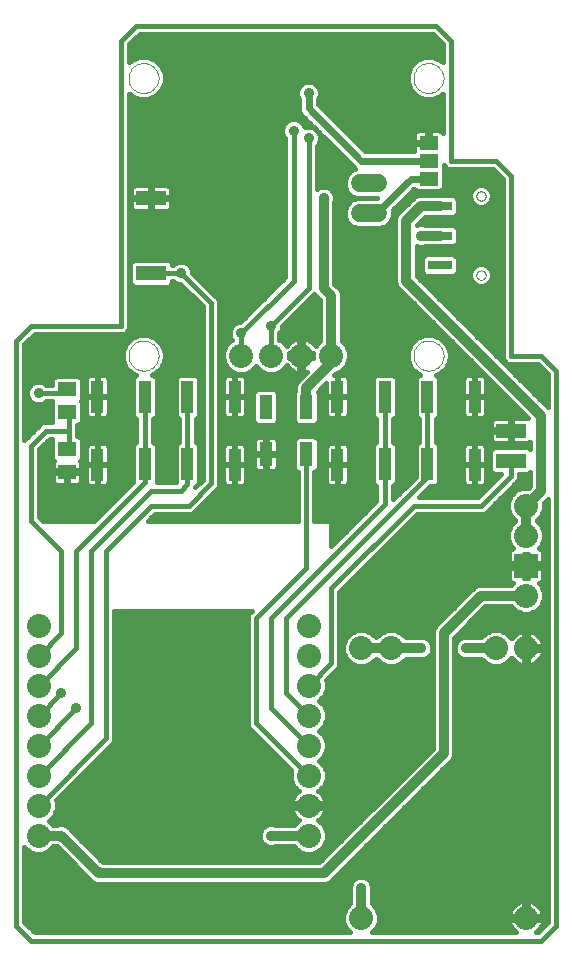
<source format=gtl>
G75*
%MOIN*%
%OFA0B0*%
%FSLAX24Y24*%
%IPPOS*%
%LPD*%
%AMOC8*
5,1,8,0,0,1.08239X$1,22.5*
%
%ADD10C,0.0160*%
%ADD11C,0.0000*%
%ADD12R,0.0394X0.1083*%
%ADD13R,0.0433X0.0787*%
%ADD14C,0.0800*%
%ADD15C,0.0600*%
%ADD16R,0.0630X0.0460*%
%ADD17R,0.0591X0.0512*%
%ADD18R,0.0800X0.0800*%
%ADD19R,0.0787X0.0315*%
%ADD20R,0.1000X0.0500*%
%ADD21C,0.0356*%
%ADD22C,0.0320*%
%ADD23C,0.0240*%
D10*
X000180Y001125D02*
X000680Y000625D01*
X017680Y000625D01*
X018180Y001125D01*
X018180Y019625D01*
X017680Y020125D01*
X016680Y020125D01*
X016680Y026125D01*
X016180Y026625D01*
X014680Y026625D01*
X014680Y030625D01*
X014180Y031125D01*
X004180Y031125D01*
X003680Y030625D01*
X003680Y021125D01*
X000680Y021125D01*
X000180Y020625D01*
X000180Y001125D01*
X000460Y001241D02*
X000460Y003746D01*
X000590Y003616D01*
X000811Y003525D01*
X001049Y003525D01*
X001270Y003616D01*
X001419Y003765D01*
X001531Y003765D01*
X002726Y002570D01*
X002858Y002515D01*
X010502Y002515D01*
X010634Y002570D01*
X010735Y002671D01*
X014735Y006671D01*
X014790Y006803D01*
X014790Y010726D01*
X015829Y011765D01*
X016691Y011765D01*
X016840Y011616D01*
X017061Y011525D01*
X017299Y011525D01*
X017520Y011616D01*
X017689Y011785D01*
X017780Y012006D01*
X017780Y012244D01*
X017689Y012465D01*
X017608Y012546D01*
X017649Y012557D01*
X017691Y012581D01*
X017724Y012614D01*
X017748Y012656D01*
X017760Y012701D01*
X017760Y013045D01*
X017260Y013045D01*
X017260Y013205D01*
X017760Y013205D01*
X017760Y013549D01*
X017748Y013594D01*
X017724Y013636D01*
X017691Y013669D01*
X017649Y013693D01*
X017608Y013704D01*
X017689Y013785D01*
X017780Y014006D01*
X017780Y014244D01*
X017689Y014465D01*
X017540Y014614D01*
X017540Y014636D01*
X017689Y014785D01*
X017780Y015006D01*
X017780Y015216D01*
X017900Y015336D01*
X017900Y001241D01*
X017564Y000905D01*
X017520Y000905D01*
X017558Y000933D01*
X017622Y000997D01*
X017676Y001071D01*
X017718Y001152D01*
X017746Y001239D01*
X017755Y001295D01*
X017260Y001295D01*
X017260Y001455D01*
X017100Y001455D01*
X017100Y001950D01*
X017044Y001941D01*
X016957Y001913D01*
X016876Y001871D01*
X016802Y001817D01*
X016738Y001753D01*
X016684Y001679D01*
X016642Y001598D01*
X016614Y001511D01*
X016605Y001455D01*
X017100Y001455D01*
X017100Y001295D01*
X016605Y001295D01*
X016614Y001239D01*
X016642Y001152D01*
X016684Y001071D01*
X016738Y000997D01*
X016802Y000933D01*
X016840Y000905D01*
X012059Y000905D01*
X012189Y001035D01*
X012280Y001256D01*
X012280Y001494D01*
X012189Y001715D01*
X012040Y001864D01*
X012040Y002256D01*
X012058Y002300D01*
X012058Y002450D01*
X012001Y002589D01*
X011894Y002696D01*
X011755Y002753D01*
X011605Y002753D01*
X011466Y002696D01*
X011359Y002589D01*
X011302Y002450D01*
X011302Y002300D01*
X011320Y002256D01*
X011320Y001864D01*
X011171Y001715D01*
X011080Y001494D01*
X011080Y001256D01*
X011171Y001035D01*
X011301Y000905D01*
X000796Y000905D01*
X000460Y001241D01*
X000460Y001259D02*
X011080Y001259D01*
X011080Y001418D02*
X000460Y001418D01*
X000460Y001576D02*
X011114Y001576D01*
X011191Y001735D02*
X000460Y001735D01*
X000460Y001893D02*
X011320Y001893D01*
X011320Y002052D02*
X000460Y002052D01*
X000460Y002210D02*
X011320Y002210D01*
X011302Y002369D02*
X000460Y002369D01*
X000460Y002527D02*
X002829Y002527D01*
X002610Y002686D02*
X000460Y002686D01*
X000460Y002844D02*
X002452Y002844D01*
X002293Y003003D02*
X000460Y003003D01*
X000460Y003161D02*
X002135Y003161D01*
X001976Y003320D02*
X000460Y003320D01*
X000460Y003478D02*
X001818Y003478D01*
X001659Y003637D02*
X001290Y003637D01*
X001419Y004485D02*
X001279Y004625D01*
X001439Y004785D01*
X001530Y005006D01*
X001530Y005244D01*
X001505Y005304D01*
X003339Y007138D01*
X003417Y007216D01*
X003460Y007319D01*
X003460Y011625D01*
X008034Y011625D01*
X007943Y011534D01*
X007900Y011431D01*
X007900Y007819D01*
X007943Y007716D01*
X008021Y007638D01*
X009355Y006304D01*
X009330Y006244D01*
X009330Y006006D01*
X009421Y005785D01*
X009590Y005616D01*
X009609Y005609D01*
X009552Y005567D01*
X009488Y005503D01*
X009434Y005429D01*
X009392Y005348D01*
X009364Y005261D01*
X009355Y005205D01*
X009850Y005205D01*
X009850Y005045D01*
X009355Y005045D01*
X009364Y004989D01*
X009392Y004902D01*
X009434Y004821D01*
X009488Y004747D01*
X009552Y004683D01*
X009609Y004641D01*
X009590Y004634D01*
X009441Y004485D01*
X008799Y004485D01*
X008755Y004503D01*
X008605Y004503D01*
X008466Y004446D01*
X008359Y004339D01*
X008302Y004200D01*
X008302Y004050D01*
X008359Y003911D01*
X008466Y003804D01*
X008605Y003747D01*
X008755Y003747D01*
X008799Y003765D01*
X009441Y003765D01*
X009590Y003616D01*
X009811Y003525D01*
X010049Y003525D01*
X010270Y003616D01*
X010439Y003785D01*
X010530Y004006D01*
X010530Y004244D01*
X010439Y004465D01*
X010270Y004634D01*
X010251Y004641D01*
X010308Y004683D01*
X010372Y004747D01*
X010426Y004821D01*
X010468Y004902D01*
X010496Y004989D01*
X010505Y005045D01*
X010010Y005045D01*
X010010Y005205D01*
X010505Y005205D01*
X010496Y005261D01*
X010468Y005348D01*
X010426Y005429D01*
X010372Y005503D01*
X010308Y005567D01*
X010251Y005609D01*
X010270Y005616D01*
X010439Y005785D01*
X010530Y006006D01*
X010530Y006244D01*
X010439Y006465D01*
X010279Y006625D01*
X010439Y006785D01*
X010530Y007006D01*
X010530Y007244D01*
X010439Y007465D01*
X010279Y007625D01*
X010439Y007785D01*
X010530Y008006D01*
X010530Y008244D01*
X010439Y008465D01*
X010279Y008625D01*
X010439Y008785D01*
X010530Y009006D01*
X010530Y009244D01*
X010505Y009304D01*
X010839Y009638D01*
X010917Y009716D01*
X010960Y009819D01*
X010960Y012259D01*
X013546Y014845D01*
X015736Y014845D01*
X015839Y014888D01*
X016839Y015888D01*
X016917Y015966D01*
X016960Y016069D01*
X016960Y016175D01*
X017263Y016175D01*
X017320Y016232D01*
X017320Y015774D01*
X017271Y015725D01*
X017061Y015725D01*
X016840Y015634D01*
X016671Y015465D01*
X016580Y015244D01*
X016580Y015006D01*
X016671Y014785D01*
X016820Y014636D01*
X016820Y014614D01*
X016671Y014465D01*
X016580Y014244D01*
X016580Y014006D01*
X016671Y013785D01*
X016752Y013704D01*
X016711Y013693D01*
X016669Y013669D01*
X016636Y013636D01*
X016612Y013594D01*
X016600Y013549D01*
X016600Y013205D01*
X017100Y013205D01*
X017100Y013525D01*
X017260Y013525D01*
X017260Y013205D01*
X017100Y013205D01*
X017100Y013045D01*
X016600Y013045D01*
X016600Y012701D01*
X016612Y012656D01*
X016636Y012614D01*
X016669Y012581D01*
X016711Y012557D01*
X016752Y012546D01*
X016691Y012485D01*
X015608Y012485D01*
X015476Y012430D01*
X014226Y011180D01*
X014125Y011079D01*
X014070Y010947D01*
X014070Y007024D01*
X010281Y003235D01*
X003079Y003235D01*
X002019Y004295D01*
X002001Y004339D01*
X001894Y004446D01*
X001755Y004503D01*
X001605Y004503D01*
X001561Y004485D01*
X001419Y004485D01*
X001316Y004588D02*
X009544Y004588D01*
X009489Y004746D02*
X001400Y004746D01*
X001488Y004905D02*
X009392Y004905D01*
X009358Y005222D02*
X001530Y005222D01*
X001530Y005063D02*
X009850Y005063D01*
X010010Y005063D02*
X012109Y005063D01*
X012267Y005222D02*
X010502Y005222D01*
X010451Y005380D02*
X012426Y005380D01*
X012584Y005539D02*
X010337Y005539D01*
X010351Y005697D02*
X012743Y005697D01*
X012901Y005856D02*
X010468Y005856D01*
X010530Y006014D02*
X013060Y006014D01*
X013218Y006173D02*
X010530Y006173D01*
X010494Y006331D02*
X013377Y006331D01*
X013535Y006490D02*
X010414Y006490D01*
X010302Y006648D02*
X013694Y006648D01*
X013852Y006807D02*
X010448Y006807D01*
X010513Y006965D02*
X014011Y006965D01*
X014070Y007124D02*
X010530Y007124D01*
X010514Y007282D02*
X014070Y007282D01*
X014070Y007441D02*
X010449Y007441D01*
X010305Y007599D02*
X014070Y007599D01*
X014070Y007758D02*
X010411Y007758D01*
X010493Y007916D02*
X014070Y007916D01*
X014070Y008075D02*
X010530Y008075D01*
X010530Y008233D02*
X014070Y008233D01*
X014070Y008392D02*
X010469Y008392D01*
X010354Y008550D02*
X014070Y008550D01*
X014070Y008709D02*
X010362Y008709D01*
X010473Y008867D02*
X014070Y008867D01*
X014070Y009026D02*
X010530Y009026D01*
X010530Y009184D02*
X014070Y009184D01*
X014070Y009343D02*
X010543Y009343D01*
X010702Y009501D02*
X014070Y009501D01*
X014070Y009660D02*
X010860Y009660D01*
X010959Y009818D02*
X011457Y009818D01*
X011561Y009775D02*
X011799Y009775D01*
X012020Y009866D01*
X012169Y010015D01*
X012191Y010015D01*
X012340Y009866D01*
X012561Y009775D01*
X012799Y009775D01*
X013020Y009866D01*
X013169Y010015D01*
X013561Y010015D01*
X013605Y009997D01*
X013755Y009997D01*
X013894Y010054D01*
X014001Y010161D01*
X014058Y010300D01*
X014058Y010450D01*
X014001Y010589D01*
X013894Y010696D01*
X013755Y010753D01*
X013605Y010753D01*
X013561Y010735D01*
X013169Y010735D01*
X013020Y010884D01*
X012799Y010975D01*
X012561Y010975D01*
X012340Y010884D01*
X012191Y010735D01*
X012169Y010735D01*
X012020Y010884D01*
X011799Y010975D01*
X011561Y010975D01*
X011340Y010884D01*
X011171Y010715D01*
X011080Y010494D01*
X011080Y010256D01*
X011171Y010035D01*
X011340Y009866D01*
X011561Y009775D01*
X011230Y009977D02*
X010960Y009977D01*
X010960Y010135D02*
X011130Y010135D01*
X011080Y010294D02*
X010960Y010294D01*
X010960Y010452D02*
X011080Y010452D01*
X011128Y010611D02*
X010960Y010611D01*
X010960Y010769D02*
X011225Y010769D01*
X011446Y010928D02*
X010960Y010928D01*
X010960Y011086D02*
X014132Y011086D01*
X014226Y011180D02*
X014226Y011180D01*
X014290Y011245D02*
X010960Y011245D01*
X010960Y011403D02*
X014449Y011403D01*
X014607Y011562D02*
X010960Y011562D01*
X010960Y011720D02*
X014766Y011720D01*
X014924Y011879D02*
X010960Y011879D01*
X010960Y012037D02*
X015083Y012037D01*
X015241Y012196D02*
X010960Y012196D01*
X011055Y012354D02*
X015400Y012354D01*
X015784Y011720D02*
X016736Y011720D01*
X016972Y011562D02*
X015626Y011562D01*
X015467Y011403D02*
X017900Y011403D01*
X017900Y011245D02*
X015309Y011245D01*
X015150Y011086D02*
X017900Y011086D01*
X017900Y010928D02*
X017356Y010928D01*
X017316Y010941D02*
X017260Y010950D01*
X017260Y010455D01*
X017100Y010455D01*
X017100Y010950D01*
X017044Y010941D01*
X016957Y010913D01*
X016876Y010871D01*
X016802Y010817D01*
X016738Y010753D01*
X016696Y010696D01*
X016689Y010715D01*
X016520Y010884D01*
X016299Y010975D01*
X016061Y010975D01*
X015840Y010884D01*
X015691Y010735D01*
X015299Y010735D01*
X015255Y010753D01*
X015105Y010753D01*
X014966Y010696D01*
X014859Y010589D01*
X014802Y010450D01*
X014802Y010300D01*
X014859Y010161D01*
X014966Y010054D01*
X015105Y009997D01*
X015255Y009997D01*
X015299Y010015D01*
X015691Y010015D01*
X015840Y009866D01*
X016061Y009775D01*
X016299Y009775D01*
X016520Y009866D01*
X016689Y010035D01*
X016696Y010054D01*
X016738Y009997D01*
X016802Y009933D01*
X016876Y009879D01*
X016957Y009837D01*
X017044Y009809D01*
X017100Y009800D01*
X017100Y010295D01*
X017260Y010295D01*
X017260Y010455D01*
X017755Y010455D01*
X017746Y010511D01*
X017718Y010598D01*
X017676Y010679D01*
X017622Y010753D01*
X017558Y010817D01*
X017484Y010871D01*
X017403Y010913D01*
X017316Y010941D01*
X017260Y010928D02*
X017100Y010928D01*
X017004Y010928D02*
X016414Y010928D01*
X016635Y010769D02*
X016754Y010769D01*
X017100Y010769D02*
X017260Y010769D01*
X017260Y010611D02*
X017100Y010611D01*
X017260Y010452D02*
X017900Y010452D01*
X017900Y010294D02*
X017754Y010294D01*
X017755Y010295D02*
X017260Y010295D01*
X017260Y009800D01*
X017316Y009809D01*
X017403Y009837D01*
X017484Y009879D01*
X017558Y009933D01*
X017622Y009997D01*
X017676Y010071D01*
X017718Y010152D01*
X017746Y010239D01*
X017755Y010295D01*
X017709Y010135D02*
X017900Y010135D01*
X017900Y009977D02*
X017602Y009977D01*
X017343Y009818D02*
X017900Y009818D01*
X017900Y009660D02*
X014790Y009660D01*
X014790Y009818D02*
X015957Y009818D01*
X015730Y009977D02*
X014790Y009977D01*
X014790Y010135D02*
X014885Y010135D01*
X014804Y010294D02*
X014790Y010294D01*
X014790Y010452D02*
X014803Y010452D01*
X014790Y010611D02*
X014881Y010611D01*
X014833Y010769D02*
X015725Y010769D01*
X015946Y010928D02*
X014992Y010928D01*
X014790Y009501D02*
X017900Y009501D01*
X017900Y009343D02*
X014790Y009343D01*
X014790Y009184D02*
X017900Y009184D01*
X017900Y009026D02*
X014790Y009026D01*
X014790Y008867D02*
X017900Y008867D01*
X017900Y008709D02*
X014790Y008709D01*
X014790Y008550D02*
X017900Y008550D01*
X017900Y008392D02*
X014790Y008392D01*
X014790Y008233D02*
X017900Y008233D01*
X017900Y008075D02*
X014790Y008075D01*
X014790Y007916D02*
X017900Y007916D01*
X017900Y007758D02*
X014790Y007758D01*
X014790Y007599D02*
X017900Y007599D01*
X017900Y007441D02*
X014790Y007441D01*
X014790Y007282D02*
X017900Y007282D01*
X017900Y007124D02*
X014790Y007124D01*
X014790Y006965D02*
X017900Y006965D01*
X017900Y006807D02*
X014790Y006807D01*
X014712Y006648D02*
X017900Y006648D01*
X017900Y006490D02*
X014554Y006490D01*
X014395Y006331D02*
X017900Y006331D01*
X017900Y006173D02*
X014237Y006173D01*
X014078Y006014D02*
X017900Y006014D01*
X017900Y005856D02*
X013920Y005856D01*
X013761Y005697D02*
X017900Y005697D01*
X017900Y005539D02*
X013603Y005539D01*
X013444Y005380D02*
X017900Y005380D01*
X017900Y005222D02*
X013286Y005222D01*
X013127Y005063D02*
X017900Y005063D01*
X017900Y004905D02*
X012969Y004905D01*
X012810Y004746D02*
X017900Y004746D01*
X017900Y004588D02*
X012652Y004588D01*
X012493Y004429D02*
X017900Y004429D01*
X017900Y004271D02*
X012335Y004271D01*
X012176Y004112D02*
X017900Y004112D01*
X017900Y003954D02*
X012018Y003954D01*
X011859Y003795D02*
X017900Y003795D01*
X017900Y003637D02*
X011701Y003637D01*
X011542Y003478D02*
X017900Y003478D01*
X017900Y003320D02*
X011384Y003320D01*
X011225Y003161D02*
X017900Y003161D01*
X017900Y003003D02*
X011067Y003003D01*
X010908Y002844D02*
X017900Y002844D01*
X017900Y002686D02*
X011904Y002686D01*
X012026Y002527D02*
X017900Y002527D01*
X017900Y002369D02*
X012058Y002369D01*
X012040Y002210D02*
X017900Y002210D01*
X017900Y002052D02*
X012040Y002052D01*
X012040Y001893D02*
X016919Y001893D01*
X017100Y001893D02*
X017260Y001893D01*
X017260Y001950D02*
X017260Y001455D01*
X017755Y001455D01*
X017746Y001511D01*
X017718Y001598D01*
X017676Y001679D01*
X017622Y001753D01*
X017558Y001817D01*
X017484Y001871D01*
X017403Y001913D01*
X017316Y001941D01*
X017260Y001950D01*
X017441Y001893D02*
X017900Y001893D01*
X017900Y001735D02*
X017636Y001735D01*
X017725Y001576D02*
X017900Y001576D01*
X017900Y001418D02*
X017260Y001418D01*
X017260Y001576D02*
X017100Y001576D01*
X017100Y001418D02*
X012280Y001418D01*
X012280Y001259D02*
X016611Y001259D01*
X016669Y001101D02*
X012216Y001101D01*
X012096Y000942D02*
X016793Y000942D01*
X016635Y001576D02*
X012246Y001576D01*
X012169Y001735D02*
X016724Y001735D01*
X017100Y001735D02*
X017260Y001735D01*
X017749Y001259D02*
X017900Y001259D01*
X017760Y001101D02*
X017691Y001101D01*
X017601Y000942D02*
X017567Y000942D01*
X017260Y009818D02*
X017100Y009818D01*
X017017Y009818D02*
X016403Y009818D01*
X016630Y009977D02*
X016758Y009977D01*
X017100Y009977D02*
X017260Y009977D01*
X017260Y010135D02*
X017100Y010135D01*
X017100Y010294D02*
X017260Y010294D01*
X017711Y010611D02*
X017900Y010611D01*
X017900Y010769D02*
X017606Y010769D01*
X017388Y011562D02*
X017900Y011562D01*
X017900Y011720D02*
X017624Y011720D01*
X017727Y011879D02*
X017900Y011879D01*
X017900Y012037D02*
X017780Y012037D01*
X017780Y012196D02*
X017900Y012196D01*
X017900Y012354D02*
X017735Y012354D01*
X017641Y012513D02*
X017900Y012513D01*
X017900Y012671D02*
X017752Y012671D01*
X017760Y012830D02*
X017900Y012830D01*
X017900Y012988D02*
X017760Y012988D01*
X017900Y013147D02*
X017260Y013147D01*
X017260Y013045D02*
X017260Y012725D01*
X017100Y012725D01*
X017100Y013045D01*
X017260Y013045D01*
X017260Y012988D02*
X017100Y012988D01*
X017100Y012830D02*
X017260Y012830D01*
X017100Y013147D02*
X011847Y013147D01*
X011689Y012988D02*
X016600Y012988D01*
X016600Y012830D02*
X011530Y012830D01*
X011372Y012671D02*
X016608Y012671D01*
X016719Y012513D02*
X011213Y012513D01*
X010680Y012375D02*
X013430Y015125D01*
X015680Y015125D01*
X016680Y016125D01*
X016680Y016625D01*
X016960Y016158D02*
X017320Y016158D01*
X017320Y016000D02*
X016931Y016000D01*
X016792Y015841D02*
X017320Y015841D01*
X016958Y015683D02*
X016634Y015683D01*
X016730Y015524D02*
X016475Y015524D01*
X016630Y015366D02*
X016317Y015366D01*
X016158Y015207D02*
X016580Y015207D01*
X016580Y015049D02*
X016000Y015049D01*
X015841Y014890D02*
X016628Y014890D01*
X016725Y014732D02*
X013433Y014732D01*
X013274Y014573D02*
X016779Y014573D01*
X016650Y014415D02*
X013116Y014415D01*
X012957Y014256D02*
X016585Y014256D01*
X016580Y014098D02*
X012799Y014098D01*
X012640Y013939D02*
X016608Y013939D01*
X016676Y013781D02*
X012481Y013781D01*
X012323Y013622D02*
X016628Y013622D01*
X016600Y013464D02*
X012164Y013464D01*
X012006Y013305D02*
X016600Y013305D01*
X017100Y013305D02*
X017260Y013305D01*
X017260Y013464D02*
X017100Y013464D01*
X017732Y013622D02*
X017900Y013622D01*
X017900Y013464D02*
X017760Y013464D01*
X017760Y013305D02*
X017900Y013305D01*
X017900Y013781D02*
X017684Y013781D01*
X017752Y013939D02*
X017900Y013939D01*
X017900Y014098D02*
X017780Y014098D01*
X017775Y014256D02*
X017900Y014256D01*
X017900Y014415D02*
X017710Y014415D01*
X017581Y014573D02*
X017900Y014573D01*
X017900Y014732D02*
X017635Y014732D01*
X017732Y014890D02*
X017900Y014890D01*
X017900Y015049D02*
X017780Y015049D01*
X017780Y015207D02*
X017900Y015207D01*
X017320Y017018D02*
X017263Y017075D01*
X016097Y017075D01*
X015980Y016958D01*
X015980Y016292D01*
X016097Y016175D01*
X016334Y016175D01*
X015564Y015405D01*
X013606Y015405D01*
X013967Y015766D01*
X014172Y015766D01*
X014289Y015883D01*
X014289Y017131D01*
X014173Y017248D01*
X014173Y018002D01*
X014289Y018119D01*
X014289Y019367D01*
X014184Y019473D01*
X014327Y019532D01*
X014523Y019728D01*
X014630Y019986D01*
X014630Y020264D01*
X014523Y020522D01*
X014327Y020718D01*
X014069Y020825D01*
X013791Y020825D01*
X013533Y020718D01*
X013337Y020522D01*
X013230Y020264D01*
X013230Y019986D01*
X013337Y019728D01*
X013533Y019532D01*
X013647Y019484D01*
X013613Y019484D01*
X013496Y019367D01*
X013496Y018119D01*
X013613Y018002D01*
X013613Y017248D01*
X013496Y017131D01*
X013496Y016087D01*
X012747Y015338D01*
X012747Y015766D01*
X012864Y015883D01*
X012864Y017131D01*
X012747Y017248D01*
X012747Y018002D01*
X012864Y018119D01*
X012864Y019367D01*
X012747Y019484D01*
X012188Y019484D01*
X012071Y019367D01*
X012071Y018119D01*
X012187Y018002D01*
X012187Y017248D01*
X012071Y017131D01*
X012071Y015883D01*
X012187Y015766D01*
X012187Y015278D01*
X010680Y013771D01*
X010680Y014625D01*
X010129Y014625D01*
X010129Y016244D01*
X010149Y016244D01*
X010266Y016361D01*
X010266Y017314D01*
X010149Y017431D01*
X009550Y017431D01*
X009433Y017314D01*
X009433Y016361D01*
X009550Y016244D01*
X009569Y016244D01*
X009569Y014625D01*
X004576Y014625D01*
X004796Y014845D01*
X005986Y014845D01*
X006089Y014888D01*
X006839Y015638D01*
X006917Y015716D01*
X006960Y015819D01*
X006960Y021931D01*
X006917Y022034D01*
X006792Y022159D01*
X006058Y022893D01*
X006058Y022950D01*
X006001Y023089D01*
X005894Y023196D01*
X005755Y023253D01*
X005605Y023253D01*
X005466Y023196D01*
X005425Y023155D01*
X005380Y023155D01*
X005380Y023208D01*
X005263Y023325D01*
X004097Y023325D01*
X003980Y023208D01*
X003980Y022542D01*
X004097Y022425D01*
X005263Y022425D01*
X005380Y022542D01*
X005380Y022595D01*
X005425Y022595D01*
X005466Y022554D01*
X005605Y022497D01*
X005662Y022497D01*
X006396Y021763D01*
X006400Y021759D01*
X006400Y015991D01*
X006160Y015751D01*
X006166Y015766D01*
X006172Y015766D01*
X006289Y015883D01*
X006289Y017131D01*
X006173Y017248D01*
X006173Y018002D01*
X006289Y018119D01*
X006289Y019367D01*
X006172Y019484D01*
X005613Y019484D01*
X005496Y019367D01*
X005496Y018119D01*
X005613Y018002D01*
X005613Y017248D01*
X005496Y017131D01*
X005496Y015905D01*
X004864Y015905D01*
X004864Y017131D01*
X004747Y017248D01*
X004747Y018002D01*
X004864Y018119D01*
X004864Y019367D01*
X004747Y019484D01*
X004713Y019484D01*
X004827Y019532D01*
X005023Y019728D01*
X005130Y019986D01*
X005130Y020264D01*
X005023Y020522D01*
X004827Y020718D01*
X004569Y020825D01*
X004291Y020825D01*
X004033Y020718D01*
X003837Y020522D01*
X003730Y020264D01*
X003730Y019986D01*
X003837Y019728D01*
X004033Y019532D01*
X004176Y019473D01*
X004071Y019367D01*
X004071Y018119D01*
X004187Y018002D01*
X004187Y017248D01*
X004071Y017131D01*
X004071Y015912D01*
X002784Y014625D01*
X001076Y014625D01*
X000960Y014741D01*
X000960Y017009D01*
X001296Y017345D01*
X001392Y017345D01*
X001385Y017338D01*
X001385Y016660D01*
X001436Y016609D01*
X001417Y016576D01*
X001405Y016531D01*
X001405Y016299D01*
X001832Y016299D01*
X001832Y016203D01*
X001405Y016203D01*
X001405Y015971D01*
X001417Y015926D01*
X001441Y015885D01*
X001474Y015851D01*
X001515Y015827D01*
X001561Y015815D01*
X001832Y015815D01*
X001832Y016203D01*
X001928Y016203D01*
X001928Y016299D01*
X002355Y016299D01*
X002355Y016531D01*
X002343Y016576D01*
X002324Y016609D01*
X002375Y016660D01*
X002375Y017338D01*
X002258Y017455D01*
X002210Y017455D01*
X002210Y017795D01*
X002258Y017795D01*
X002375Y017912D01*
X002375Y018590D01*
X002340Y018625D01*
X002375Y018660D01*
X002375Y019338D01*
X002258Y019455D01*
X001502Y019455D01*
X001385Y019338D01*
X001385Y019155D01*
X001185Y019155D01*
X001144Y019196D01*
X001005Y019253D01*
X000855Y019253D01*
X000716Y019196D01*
X000609Y019089D01*
X000552Y018950D01*
X000552Y018800D01*
X000609Y018661D01*
X000716Y018554D01*
X000855Y018497D01*
X001005Y018497D01*
X001144Y018554D01*
X001185Y018595D01*
X001390Y018595D01*
X001385Y018590D01*
X001385Y017912D01*
X001392Y017905D01*
X001124Y017905D01*
X001021Y017862D01*
X000460Y017301D01*
X000460Y020509D01*
X000796Y020845D01*
X003736Y020845D01*
X003839Y020888D01*
X003917Y020966D01*
X003960Y021069D01*
X003960Y028855D01*
X004033Y028782D01*
X004291Y028675D01*
X004569Y028675D01*
X004827Y028782D01*
X005023Y028978D01*
X005130Y029236D01*
X005130Y029514D01*
X005023Y029772D01*
X004827Y029968D01*
X004569Y030075D01*
X004291Y030075D01*
X004033Y029968D01*
X003960Y029895D01*
X003960Y030509D01*
X004296Y030845D01*
X014064Y030845D01*
X014400Y030509D01*
X014400Y029895D01*
X014327Y029968D01*
X014069Y030075D01*
X013791Y030075D01*
X013533Y029968D01*
X013337Y029772D01*
X013230Y029514D01*
X013230Y029236D01*
X013337Y028978D01*
X013533Y028782D01*
X013791Y028675D01*
X014069Y028675D01*
X014327Y028782D01*
X014400Y028855D01*
X014400Y027547D01*
X014389Y027566D01*
X014356Y027599D01*
X014314Y027623D01*
X014269Y027635D01*
X013965Y027635D01*
X013965Y027260D01*
X013895Y027260D01*
X013895Y027635D01*
X013591Y027635D01*
X013546Y027623D01*
X013504Y027599D01*
X013471Y027566D01*
X013447Y027524D01*
X013435Y027479D01*
X013435Y027260D01*
X013895Y027260D01*
X013895Y027190D01*
X013435Y027190D01*
X013435Y026971D01*
X013438Y026961D01*
X013422Y026945D01*
X011813Y026945D01*
X010250Y028508D01*
X010250Y028660D01*
X010251Y028661D01*
X010308Y028800D01*
X010308Y028950D01*
X010251Y029089D01*
X010144Y029196D01*
X010005Y029253D01*
X009855Y029253D01*
X009716Y029196D01*
X009609Y029089D01*
X009552Y028950D01*
X009552Y028800D01*
X009609Y028661D01*
X009610Y028660D01*
X009610Y028311D01*
X009659Y028194D01*
X011409Y026444D01*
X011493Y026359D01*
X011347Y026299D01*
X011206Y026158D01*
X011130Y025974D01*
X011130Y025776D01*
X011206Y025592D01*
X011347Y025451D01*
X011531Y025375D01*
X011347Y025299D01*
X011206Y025158D01*
X011130Y024974D01*
X011130Y024776D01*
X011206Y024592D01*
X011347Y024451D01*
X011531Y024375D01*
X012329Y024375D01*
X012513Y024451D01*
X012654Y024592D01*
X012730Y024776D01*
X012730Y024972D01*
X013442Y025685D01*
X013532Y025595D01*
X014328Y025595D01*
X014445Y025712D01*
X014445Y026464D01*
X014521Y026388D01*
X014624Y026345D01*
X016064Y026345D01*
X016400Y026009D01*
X016400Y020069D01*
X016443Y019966D01*
X016521Y019888D01*
X016624Y019845D01*
X017564Y019845D01*
X017900Y019509D01*
X017900Y018414D01*
X013540Y022774D01*
X013540Y023774D01*
X013605Y023747D01*
X013755Y023747D01*
X013799Y023765D01*
X014374Y023765D01*
X014380Y023768D01*
X014779Y023768D01*
X014896Y023885D01*
X014896Y024365D01*
X014779Y024482D01*
X014380Y024482D01*
X014374Y024485D01*
X013799Y024485D01*
X013755Y024503D01*
X013605Y024503D01*
X013541Y024477D01*
X013813Y024749D01*
X014374Y024749D01*
X014380Y024752D01*
X014779Y024752D01*
X014896Y024869D01*
X014896Y025350D01*
X014779Y025467D01*
X014380Y025467D01*
X014374Y025469D01*
X013593Y025469D01*
X013460Y025414D01*
X012976Y024930D01*
X012875Y024829D01*
X012820Y024697D01*
X012820Y022553D01*
X012875Y022421D01*
X012976Y022320D01*
X017258Y018038D01*
X017249Y018043D01*
X017204Y018055D01*
X016725Y018055D01*
X016725Y017670D01*
X016635Y017670D01*
X016635Y018055D01*
X016156Y018055D01*
X016111Y018043D01*
X016069Y018019D01*
X016036Y017986D01*
X016012Y017944D01*
X016000Y017899D01*
X016000Y017670D01*
X016635Y017670D01*
X016635Y017580D01*
X016725Y017580D01*
X016725Y017195D01*
X017204Y017195D01*
X017249Y017207D01*
X017291Y017231D01*
X017320Y017260D01*
X017320Y017018D01*
X017320Y017109D02*
X015829Y017109D01*
X015832Y017104D02*
X015808Y017145D01*
X015775Y017178D01*
X015734Y017202D01*
X015688Y017214D01*
X015486Y017214D01*
X015486Y016512D01*
X015449Y016512D01*
X015449Y017214D01*
X015247Y017214D01*
X015201Y017202D01*
X015160Y017178D01*
X015127Y017145D01*
X015103Y017104D01*
X015091Y017058D01*
X015091Y016512D01*
X015449Y016512D01*
X015449Y016475D01*
X014289Y016475D01*
X014289Y016317D02*
X015091Y016317D01*
X015091Y016475D02*
X015091Y015928D01*
X015103Y015882D01*
X015127Y015841D01*
X014248Y015841D01*
X014289Y016000D02*
X015091Y016000D01*
X015091Y016158D02*
X014289Y016158D01*
X014289Y016634D02*
X015091Y016634D01*
X015091Y016792D02*
X014289Y016792D01*
X014289Y016951D02*
X015091Y016951D01*
X015106Y017109D02*
X014289Y017109D01*
X014173Y017268D02*
X016034Y017268D01*
X016036Y017264D02*
X016069Y017231D01*
X016111Y017207D01*
X016156Y017195D01*
X016635Y017195D01*
X016635Y017580D01*
X016000Y017580D01*
X016000Y017351D01*
X016012Y017306D01*
X016036Y017264D01*
X016000Y017426D02*
X014173Y017426D01*
X014173Y017585D02*
X016635Y017585D01*
X016635Y017743D02*
X016725Y017743D01*
X016725Y017902D02*
X016635Y017902D01*
X016635Y017426D02*
X016725Y017426D01*
X016725Y017268D02*
X016635Y017268D01*
X015980Y016951D02*
X015844Y016951D01*
X015844Y017058D02*
X015832Y017104D01*
X015844Y017058D02*
X015844Y016512D01*
X015486Y016512D01*
X015486Y016475D01*
X015980Y016475D01*
X015844Y016475D02*
X015844Y015928D01*
X015832Y015882D01*
X015808Y015841D01*
X016000Y015841D01*
X015808Y015841D02*
X015775Y015808D01*
X015734Y015784D01*
X015688Y015772D01*
X015486Y015772D01*
X015486Y016475D01*
X015844Y016475D01*
X015844Y016317D02*
X015980Y016317D01*
X015844Y016158D02*
X016317Y016158D01*
X016159Y016000D02*
X015844Y016000D01*
X015842Y015683D02*
X013884Y015683D01*
X013725Y015524D02*
X015683Y015524D01*
X015449Y015772D02*
X015449Y016475D01*
X015091Y016475D01*
X015127Y015841D02*
X015160Y015808D01*
X015201Y015784D01*
X015247Y015772D01*
X015449Y015772D01*
X015449Y015841D02*
X015486Y015841D01*
X015486Y016000D02*
X015449Y016000D01*
X015449Y016158D02*
X015486Y016158D01*
X015486Y016317D02*
X015449Y016317D01*
X015449Y016475D02*
X015486Y016475D01*
X015486Y016634D02*
X015449Y016634D01*
X015449Y016792D02*
X015486Y016792D01*
X015486Y016951D02*
X015449Y016951D01*
X015449Y017109D02*
X015486Y017109D01*
X015844Y016792D02*
X015980Y016792D01*
X015980Y016634D02*
X015844Y016634D01*
X016000Y017743D02*
X014173Y017743D01*
X014173Y017902D02*
X016001Y017902D01*
X015808Y018105D02*
X015832Y018146D01*
X015844Y018192D01*
X015844Y018738D01*
X015486Y018738D01*
X015486Y018036D01*
X015688Y018036D01*
X015734Y018048D01*
X015775Y018072D01*
X015808Y018105D01*
X015755Y018060D02*
X017236Y018060D01*
X017077Y018219D02*
X015844Y018219D01*
X015844Y018377D02*
X016919Y018377D01*
X016760Y018536D02*
X015844Y018536D01*
X015844Y018694D02*
X016602Y018694D01*
X016443Y018853D02*
X015844Y018853D01*
X015844Y018775D02*
X015844Y019322D01*
X015832Y019368D01*
X015808Y019409D01*
X015775Y019442D01*
X015734Y019466D01*
X015688Y019478D01*
X015486Y019478D01*
X015486Y018775D01*
X015844Y018775D01*
X015844Y019011D02*
X016285Y019011D01*
X016126Y019170D02*
X015844Y019170D01*
X015843Y019328D02*
X015968Y019328D01*
X015809Y019487D02*
X014218Y019487D01*
X014289Y019328D02*
X015092Y019328D01*
X015091Y019322D02*
X015091Y018775D01*
X015449Y018775D01*
X015449Y018738D01*
X015486Y018738D01*
X015486Y018775D01*
X015449Y018775D01*
X015449Y019478D01*
X015247Y019478D01*
X015201Y019466D01*
X015160Y019442D01*
X015127Y019409D01*
X015103Y019368D01*
X015091Y019322D01*
X015091Y019170D02*
X014289Y019170D01*
X014289Y019011D02*
X015091Y019011D01*
X015091Y018853D02*
X014289Y018853D01*
X014289Y018694D02*
X015091Y018694D01*
X015091Y018738D02*
X015091Y018192D01*
X015103Y018146D01*
X015127Y018105D01*
X015160Y018072D01*
X015201Y018048D01*
X015247Y018036D01*
X015449Y018036D01*
X015449Y018738D01*
X015091Y018738D01*
X015091Y018536D02*
X014289Y018536D01*
X014289Y018377D02*
X015091Y018377D01*
X015091Y018219D02*
X014289Y018219D01*
X014231Y018060D02*
X015180Y018060D01*
X015449Y018060D02*
X015486Y018060D01*
X015486Y018219D02*
X015449Y018219D01*
X015449Y018377D02*
X015486Y018377D01*
X015486Y018536D02*
X015449Y018536D01*
X015449Y018694D02*
X015486Y018694D01*
X015486Y018853D02*
X015449Y018853D01*
X015449Y019011D02*
X015486Y019011D01*
X015486Y019170D02*
X015449Y019170D01*
X015449Y019328D02*
X015486Y019328D01*
X015651Y019645D02*
X014440Y019645D01*
X014555Y019804D02*
X015492Y019804D01*
X015334Y019962D02*
X014620Y019962D01*
X014630Y020121D02*
X015175Y020121D01*
X015017Y020279D02*
X014624Y020279D01*
X014558Y020438D02*
X014858Y020438D01*
X014700Y020596D02*
X014449Y020596D01*
X014541Y020755D02*
X014239Y020755D01*
X014383Y020913D02*
X011040Y020913D01*
X011040Y021006D02*
X011040Y020614D01*
X011189Y020465D01*
X011280Y020244D01*
X011280Y020006D01*
X011189Y019785D01*
X011020Y019616D01*
X010867Y019553D01*
X010792Y019478D01*
X010874Y019478D01*
X010874Y018775D01*
X010874Y018738D01*
X010911Y018738D01*
X010911Y018036D01*
X011113Y018036D01*
X011159Y018048D01*
X011200Y018072D01*
X011233Y018105D01*
X011257Y018146D01*
X011269Y018192D01*
X011269Y018738D01*
X010911Y018738D01*
X010911Y018775D01*
X011269Y018775D01*
X011269Y019322D01*
X011257Y019368D01*
X011233Y019409D01*
X011200Y019442D01*
X011159Y019466D01*
X011113Y019478D01*
X010911Y019478D01*
X010911Y018775D01*
X010874Y018775D01*
X010516Y018775D01*
X010516Y019202D01*
X010234Y018920D01*
X010266Y018889D01*
X010266Y017936D01*
X010149Y017819D01*
X009550Y017819D01*
X009433Y017936D01*
X009433Y018889D01*
X009489Y018945D01*
X009489Y019116D01*
X009544Y019248D01*
X009874Y019578D01*
X009816Y019559D01*
X009760Y019550D01*
X009760Y020045D01*
X009760Y020205D01*
X010080Y020205D01*
X010080Y020045D01*
X009760Y020045D01*
X009600Y020045D01*
X009600Y019550D01*
X009544Y019559D01*
X009457Y019587D01*
X009376Y019629D01*
X009302Y019683D01*
X009238Y019747D01*
X009196Y019804D01*
X009189Y019785D01*
X009020Y019616D01*
X008799Y019525D01*
X008561Y019525D01*
X008340Y019616D01*
X008180Y019776D01*
X008020Y019616D01*
X007799Y019525D01*
X007561Y019525D01*
X007340Y019616D01*
X007171Y019785D01*
X007080Y020006D01*
X007080Y020244D01*
X007171Y020465D01*
X007340Y020634D01*
X007373Y020647D01*
X007359Y020661D01*
X007302Y020800D01*
X007302Y020950D01*
X007359Y021089D01*
X007466Y021196D01*
X007605Y021253D01*
X007662Y021253D01*
X009150Y022741D01*
X009150Y027370D01*
X009109Y027411D01*
X009052Y027550D01*
X009052Y027700D01*
X009109Y027839D01*
X009216Y027946D01*
X009355Y028003D01*
X009505Y028003D01*
X009644Y027946D01*
X009751Y027839D01*
X009796Y027729D01*
X009855Y027753D01*
X010005Y027753D01*
X010144Y027696D01*
X010251Y027589D01*
X010308Y027450D01*
X010308Y027300D01*
X010251Y027161D01*
X010210Y027120D01*
X010210Y025690D01*
X010216Y025696D01*
X010355Y025753D01*
X010505Y025753D01*
X010644Y025696D01*
X010751Y025589D01*
X010808Y025450D01*
X010808Y025300D01*
X010790Y025256D01*
X010790Y022524D01*
X010985Y022329D01*
X011040Y022197D01*
X011040Y021244D01*
X011058Y021200D01*
X011058Y021050D01*
X011040Y021006D01*
X011058Y021072D02*
X014224Y021072D01*
X014066Y021230D02*
X011046Y021230D01*
X011040Y021389D02*
X013907Y021389D01*
X013749Y021547D02*
X011040Y021547D01*
X011040Y021706D02*
X013590Y021706D01*
X013432Y021864D02*
X011040Y021864D01*
X011040Y022023D02*
X013273Y022023D01*
X013115Y022181D02*
X011040Y022181D01*
X010975Y022340D02*
X012956Y022340D01*
X012843Y022498D02*
X010816Y022498D01*
X010790Y022657D02*
X012820Y022657D01*
X012820Y022815D02*
X010790Y022815D01*
X010790Y022974D02*
X012820Y022974D01*
X012820Y023132D02*
X010790Y023132D01*
X010790Y023291D02*
X012820Y023291D01*
X012820Y023449D02*
X010790Y023449D01*
X010790Y023608D02*
X012820Y023608D01*
X012820Y023766D02*
X010790Y023766D01*
X010790Y023925D02*
X012820Y023925D01*
X012820Y024083D02*
X010790Y024083D01*
X010790Y024242D02*
X012820Y024242D01*
X012820Y024400D02*
X012390Y024400D01*
X012621Y024559D02*
X012820Y024559D01*
X012828Y024717D02*
X012706Y024717D01*
X012730Y024876D02*
X012921Y024876D01*
X012792Y025034D02*
X013080Y025034D01*
X012950Y025193D02*
X013238Y025193D01*
X013109Y025351D02*
X013397Y025351D01*
X013267Y025510D02*
X015323Y025510D01*
X015323Y025515D02*
X015323Y025373D01*
X015377Y025241D01*
X015478Y025141D01*
X015609Y025086D01*
X015751Y025086D01*
X015882Y025141D01*
X015983Y025241D01*
X016037Y025373D01*
X016037Y025515D01*
X015983Y025646D01*
X015882Y025747D01*
X015751Y025801D01*
X015609Y025801D01*
X015478Y025747D01*
X015377Y025646D01*
X015323Y025515D01*
X015332Y025351D02*
X014894Y025351D01*
X014896Y025193D02*
X015426Y025193D01*
X015399Y025668D02*
X014401Y025668D01*
X014445Y025827D02*
X016400Y025827D01*
X016400Y025985D02*
X014445Y025985D01*
X014445Y026144D02*
X016265Y026144D01*
X016107Y026302D02*
X014445Y026302D01*
X014445Y026461D02*
X014448Y026461D01*
X013895Y027253D02*
X011505Y027253D01*
X011663Y027095D02*
X013435Y027095D01*
X013435Y027412D02*
X011346Y027412D01*
X011188Y027570D02*
X013475Y027570D01*
X013895Y027570D02*
X013965Y027570D01*
X013965Y027412D02*
X013895Y027412D01*
X014385Y027570D02*
X014400Y027570D01*
X014400Y027729D02*
X011029Y027729D01*
X010871Y027887D02*
X014400Y027887D01*
X014400Y028046D02*
X010712Y028046D01*
X010554Y028204D02*
X014400Y028204D01*
X014400Y028363D02*
X010395Y028363D01*
X010250Y028521D02*
X014400Y028521D01*
X014400Y028680D02*
X014080Y028680D01*
X013780Y028680D02*
X010258Y028680D01*
X010308Y028838D02*
X013477Y028838D01*
X013329Y028997D02*
X010289Y028997D01*
X010185Y029155D02*
X013263Y029155D01*
X013230Y029314D02*
X005130Y029314D01*
X005130Y029472D02*
X013230Y029472D01*
X013278Y029631D02*
X005082Y029631D01*
X005006Y029789D02*
X013354Y029789D01*
X013513Y029948D02*
X004847Y029948D01*
X005097Y029155D02*
X009675Y029155D01*
X009571Y028997D02*
X005031Y028997D01*
X004883Y028838D02*
X009552Y028838D01*
X009602Y028680D02*
X004580Y028680D01*
X004280Y028680D02*
X003960Y028680D01*
X003960Y028838D02*
X003977Y028838D01*
X003960Y028521D02*
X009610Y028521D01*
X009610Y028363D02*
X003960Y028363D01*
X003960Y028204D02*
X009654Y028204D01*
X009807Y028046D02*
X003960Y028046D01*
X003960Y027887D02*
X009157Y027887D01*
X009064Y027729D02*
X003960Y027729D01*
X003960Y027570D02*
X009052Y027570D01*
X009109Y027412D02*
X003960Y027412D01*
X003960Y027253D02*
X009150Y027253D01*
X009150Y027095D02*
X003960Y027095D01*
X003960Y026936D02*
X009150Y026936D01*
X009150Y026778D02*
X003960Y026778D01*
X003960Y026619D02*
X009150Y026619D01*
X009150Y026461D02*
X003960Y026461D01*
X003960Y026302D02*
X009150Y026302D01*
X009150Y026144D02*
X003960Y026144D01*
X003960Y025985D02*
X009150Y025985D01*
X009150Y025827D02*
X003960Y025827D01*
X004036Y025736D02*
X004012Y025694D01*
X004000Y025649D01*
X004000Y025420D01*
X004635Y025420D01*
X004635Y025805D01*
X004156Y025805D01*
X004111Y025793D01*
X004069Y025769D01*
X004036Y025736D01*
X004005Y025668D02*
X003960Y025668D01*
X003960Y025510D02*
X004000Y025510D01*
X003960Y025351D02*
X004635Y025351D01*
X004635Y025330D02*
X004000Y025330D01*
X004000Y025101D01*
X004012Y025056D01*
X004036Y025014D01*
X004069Y024981D01*
X004111Y024957D01*
X004156Y024945D01*
X004635Y024945D01*
X004635Y025330D01*
X004725Y025330D01*
X004725Y025420D01*
X004635Y025420D01*
X004635Y025330D01*
X004725Y025330D02*
X004725Y024945D01*
X005204Y024945D01*
X005249Y024957D01*
X005291Y024981D01*
X005324Y025014D01*
X005348Y025056D01*
X005360Y025101D01*
X005360Y025330D01*
X004725Y025330D01*
X004725Y025351D02*
X009150Y025351D01*
X009150Y025193D02*
X005360Y025193D01*
X005335Y025034D02*
X009150Y025034D01*
X009150Y024876D02*
X003960Y024876D01*
X003960Y025034D02*
X004025Y025034D01*
X004000Y025193D02*
X003960Y025193D01*
X003960Y024717D02*
X009150Y024717D01*
X009150Y024559D02*
X003960Y024559D01*
X003960Y024400D02*
X009150Y024400D01*
X009150Y024242D02*
X003960Y024242D01*
X003960Y024083D02*
X009150Y024083D01*
X009150Y023925D02*
X003960Y023925D01*
X003960Y023766D02*
X009150Y023766D01*
X009150Y023608D02*
X003960Y023608D01*
X003960Y023449D02*
X009150Y023449D01*
X009150Y023291D02*
X005297Y023291D01*
X005680Y022875D02*
X006555Y022000D01*
X006680Y021875D01*
X006680Y015875D01*
X005930Y015125D01*
X004680Y015125D01*
X003180Y013625D01*
X003180Y007375D01*
X000930Y005125D01*
X001581Y005380D02*
X009409Y005380D01*
X009523Y005539D02*
X001739Y005539D01*
X001898Y005697D02*
X009509Y005697D01*
X009392Y005856D02*
X002056Y005856D01*
X002215Y006014D02*
X009330Y006014D01*
X009330Y006173D02*
X002373Y006173D01*
X002532Y006331D02*
X009328Y006331D01*
X009170Y006490D02*
X002690Y006490D01*
X002849Y006648D02*
X009011Y006648D01*
X008853Y006807D02*
X003007Y006807D01*
X003166Y006965D02*
X008694Y006965D01*
X008536Y007124D02*
X003324Y007124D01*
X003445Y007282D02*
X008377Y007282D01*
X008219Y007441D02*
X003460Y007441D01*
X003460Y007599D02*
X008060Y007599D01*
X007926Y007758D02*
X003460Y007758D01*
X003460Y007916D02*
X007900Y007916D01*
X007900Y008075D02*
X003460Y008075D01*
X003460Y008233D02*
X007900Y008233D01*
X007900Y008392D02*
X003460Y008392D01*
X003460Y008550D02*
X007900Y008550D01*
X007900Y008709D02*
X003460Y008709D01*
X003460Y008867D02*
X007900Y008867D01*
X007900Y009026D02*
X003460Y009026D01*
X003460Y009184D02*
X007900Y009184D01*
X007900Y009343D02*
X003460Y009343D01*
X003460Y009501D02*
X007900Y009501D01*
X007900Y009660D02*
X003460Y009660D01*
X003460Y009818D02*
X007900Y009818D01*
X007900Y009977D02*
X003460Y009977D01*
X003460Y010135D02*
X007900Y010135D01*
X007900Y010294D02*
X003460Y010294D01*
X003460Y010452D02*
X007900Y010452D01*
X007900Y010611D02*
X003460Y010611D01*
X003460Y010769D02*
X007900Y010769D01*
X007900Y010928D02*
X003460Y010928D01*
X003460Y011086D02*
X007900Y011086D01*
X007900Y011245D02*
X003460Y011245D01*
X003460Y011403D02*
X007900Y011403D01*
X007971Y011562D02*
X003460Y011562D01*
X002180Y010375D02*
X002180Y013625D01*
X004467Y015912D01*
X004467Y016507D01*
X004467Y018743D01*
X004071Y018694D02*
X003269Y018694D01*
X003269Y018738D02*
X003269Y018192D01*
X003257Y018146D01*
X003233Y018105D01*
X003200Y018072D01*
X003159Y018048D01*
X003113Y018036D01*
X002911Y018036D01*
X002911Y018738D01*
X002874Y018738D01*
X002874Y018036D01*
X002672Y018036D01*
X002626Y018048D01*
X002585Y018072D01*
X002552Y018105D01*
X002528Y018146D01*
X002516Y018192D01*
X002516Y018738D01*
X002874Y018738D01*
X002874Y018775D01*
X002516Y018775D01*
X002516Y019322D01*
X002528Y019368D01*
X002552Y019409D01*
X002585Y019442D01*
X002626Y019466D01*
X002672Y019478D01*
X002874Y019478D01*
X002874Y018775D01*
X002911Y018775D01*
X003269Y018775D01*
X003269Y019322D01*
X003257Y019368D01*
X003233Y019409D01*
X003200Y019442D01*
X003159Y019466D01*
X003113Y019478D01*
X002911Y019478D01*
X002911Y018775D01*
X002911Y018738D01*
X003269Y018738D01*
X003269Y018853D02*
X004071Y018853D01*
X004071Y019011D02*
X003269Y019011D01*
X003269Y019170D02*
X004071Y019170D01*
X004071Y019328D02*
X003268Y019328D01*
X002911Y019328D02*
X002874Y019328D01*
X002874Y019170D02*
X002911Y019170D01*
X002911Y019011D02*
X002874Y019011D01*
X002874Y018853D02*
X002911Y018853D01*
X002911Y018694D02*
X002874Y018694D01*
X002874Y018536D02*
X002911Y018536D01*
X002911Y018377D02*
X002874Y018377D01*
X002874Y018219D02*
X002911Y018219D01*
X002911Y018060D02*
X002874Y018060D01*
X002605Y018060D02*
X002375Y018060D01*
X002375Y018219D02*
X002516Y018219D01*
X002516Y018377D02*
X002375Y018377D01*
X002375Y018536D02*
X002516Y018536D01*
X002516Y018694D02*
X002375Y018694D01*
X002375Y018853D02*
X002516Y018853D01*
X002516Y019011D02*
X002375Y019011D01*
X002375Y019170D02*
X002516Y019170D01*
X002517Y019328D02*
X002375Y019328D01*
X001880Y018999D02*
X001773Y018875D01*
X000930Y018875D01*
X001098Y018536D02*
X001385Y018536D01*
X001385Y018377D02*
X000460Y018377D01*
X000460Y018219D02*
X001385Y018219D01*
X001385Y018060D02*
X000460Y018060D01*
X000460Y017902D02*
X001116Y017902D01*
X001180Y017625D02*
X001930Y017625D01*
X001930Y017049D01*
X001880Y016999D01*
X001865Y016968D01*
X002375Y016951D02*
X002516Y016951D01*
X002516Y017058D02*
X002516Y016512D01*
X002874Y016512D01*
X002874Y017214D01*
X002672Y017214D01*
X002626Y017202D01*
X002585Y017178D01*
X002552Y017145D01*
X002528Y017104D01*
X002516Y017058D01*
X002531Y017109D02*
X002375Y017109D01*
X002375Y017268D02*
X004187Y017268D01*
X004187Y017426D02*
X002287Y017426D01*
X002210Y017585D02*
X004187Y017585D01*
X004187Y017743D02*
X002210Y017743D01*
X002365Y017902D02*
X004187Y017902D01*
X004129Y018060D02*
X003180Y018060D01*
X003269Y018219D02*
X004071Y018219D01*
X004071Y018377D02*
X003269Y018377D01*
X003269Y018536D02*
X004071Y018536D01*
X004747Y017902D02*
X005613Y017902D01*
X005613Y017743D02*
X004747Y017743D01*
X004747Y017585D02*
X005613Y017585D01*
X005613Y017426D02*
X004747Y017426D01*
X004747Y017268D02*
X005613Y017268D01*
X005496Y017109D02*
X004864Y017109D01*
X004864Y016951D02*
X005496Y016951D01*
X005496Y016792D02*
X004864Y016792D01*
X004864Y016634D02*
X005496Y016634D01*
X005496Y016475D02*
X004864Y016475D01*
X004864Y016317D02*
X005496Y016317D01*
X005496Y016158D02*
X004864Y016158D01*
X004864Y016000D02*
X005496Y016000D01*
X005680Y015625D02*
X005893Y015838D01*
X005893Y016507D01*
X005893Y018743D01*
X006289Y018694D02*
X006400Y018694D01*
X006400Y018536D02*
X006289Y018536D01*
X006289Y018377D02*
X006400Y018377D01*
X006400Y018219D02*
X006289Y018219D01*
X006231Y018060D02*
X006400Y018060D01*
X006400Y017902D02*
X006173Y017902D01*
X006173Y017743D02*
X006400Y017743D01*
X006400Y017585D02*
X006173Y017585D01*
X006173Y017426D02*
X006400Y017426D01*
X006400Y017268D02*
X006173Y017268D01*
X006289Y017109D02*
X006400Y017109D01*
X006400Y016951D02*
X006289Y016951D01*
X006289Y016792D02*
X006400Y016792D01*
X006400Y016634D02*
X006289Y016634D01*
X006289Y016475D02*
X006400Y016475D01*
X006400Y016317D02*
X006289Y016317D01*
X006289Y016158D02*
X006400Y016158D01*
X006400Y016000D02*
X006289Y016000D01*
X006250Y015841D02*
X006248Y015841D01*
X006567Y015366D02*
X009569Y015366D01*
X009569Y015524D02*
X006725Y015524D01*
X006884Y015683D02*
X009569Y015683D01*
X009569Y015841D02*
X007808Y015841D01*
X007832Y015882D01*
X007844Y015928D01*
X007844Y016475D01*
X007486Y016475D01*
X008114Y016475D01*
X008114Y016420D02*
X008126Y016374D01*
X008150Y016333D01*
X008184Y016300D01*
X008225Y016276D01*
X008270Y016264D01*
X008482Y016264D01*
X008482Y016809D01*
X008114Y016809D01*
X008114Y016420D01*
X008167Y016317D02*
X007844Y016317D01*
X007844Y016158D02*
X009569Y016158D01*
X009569Y016000D02*
X007844Y016000D01*
X007808Y015841D02*
X007775Y015808D01*
X007734Y015784D01*
X007688Y015772D01*
X007486Y015772D01*
X007486Y016475D01*
X007486Y016512D01*
X007449Y016512D01*
X007449Y017214D01*
X007247Y017214D01*
X007201Y017202D01*
X007160Y017178D01*
X007127Y017145D01*
X007103Y017104D01*
X007091Y017058D01*
X007091Y016512D01*
X007449Y016512D01*
X007449Y016475D01*
X006960Y016475D01*
X007091Y016475D02*
X007091Y015928D01*
X007103Y015882D01*
X007127Y015841D01*
X006960Y015841D01*
X006960Y016000D02*
X007091Y016000D01*
X007091Y016158D02*
X006960Y016158D01*
X006960Y016317D02*
X007091Y016317D01*
X007091Y016475D02*
X007449Y016475D01*
X007486Y016475D01*
X007486Y016512D02*
X007844Y016512D01*
X007844Y017058D01*
X007832Y017104D01*
X007808Y017145D01*
X007775Y017178D01*
X007734Y017202D01*
X007688Y017214D01*
X007486Y017214D01*
X007486Y016512D01*
X007449Y016475D02*
X007449Y015772D01*
X007247Y015772D01*
X007201Y015784D01*
X007160Y015808D01*
X007127Y015841D01*
X007449Y015841D02*
X007486Y015841D01*
X007486Y016000D02*
X007449Y016000D01*
X007449Y016158D02*
X007486Y016158D01*
X007486Y016317D02*
X007449Y016317D01*
X007449Y016634D02*
X007486Y016634D01*
X007486Y016792D02*
X007449Y016792D01*
X007449Y016951D02*
X007486Y016951D01*
X007486Y017109D02*
X007449Y017109D01*
X007106Y017109D02*
X006960Y017109D01*
X006960Y016951D02*
X007091Y016951D01*
X007091Y016792D02*
X006960Y016792D01*
X006960Y016634D02*
X007091Y016634D01*
X006960Y017268D02*
X008118Y017268D01*
X008114Y017255D02*
X008114Y016866D01*
X008482Y016866D01*
X008482Y016809D01*
X008539Y016809D01*
X008539Y016264D01*
X008751Y016264D01*
X008797Y016276D01*
X008838Y016300D01*
X008871Y016333D01*
X008895Y016374D01*
X008907Y016420D01*
X008907Y016809D01*
X008539Y016809D01*
X008539Y016866D01*
X008482Y016866D01*
X008482Y017411D01*
X008270Y017411D01*
X008225Y017399D01*
X008184Y017375D01*
X008150Y017342D01*
X008126Y017301D01*
X008114Y017255D01*
X008114Y017109D02*
X007829Y017109D01*
X007844Y016951D02*
X008114Y016951D01*
X008114Y016792D02*
X007844Y016792D01*
X007844Y016634D02*
X008114Y016634D01*
X008482Y016634D02*
X008539Y016634D01*
X008539Y016792D02*
X008482Y016792D01*
X008539Y016866D02*
X008907Y016866D01*
X008907Y017255D01*
X008895Y017301D01*
X008871Y017342D01*
X008838Y017375D01*
X008797Y017399D01*
X008751Y017411D01*
X008539Y017411D01*
X008539Y016866D01*
X008539Y016951D02*
X008482Y016951D01*
X008482Y017109D02*
X008539Y017109D01*
X008539Y017268D02*
X008482Y017268D01*
X008904Y017268D02*
X009433Y017268D01*
X009433Y017109D02*
X008907Y017109D01*
X008907Y016951D02*
X009433Y016951D01*
X009433Y016792D02*
X008907Y016792D01*
X008907Y016634D02*
X009433Y016634D01*
X009433Y016475D02*
X008907Y016475D01*
X008854Y016317D02*
X009477Y016317D01*
X009849Y016838D02*
X009849Y013044D01*
X008180Y011375D01*
X008180Y007875D01*
X009930Y006125D01*
X010468Y004905D02*
X011950Y004905D01*
X011792Y004746D02*
X010371Y004746D01*
X010316Y004588D02*
X011633Y004588D01*
X011475Y004429D02*
X010454Y004429D01*
X010519Y004271D02*
X011316Y004271D01*
X011158Y004112D02*
X010530Y004112D01*
X010508Y003954D02*
X010999Y003954D01*
X010841Y003795D02*
X010443Y003795D01*
X010290Y003637D02*
X010682Y003637D01*
X010524Y003478D02*
X002836Y003478D01*
X002678Y003637D02*
X009570Y003637D01*
X010365Y003320D02*
X002995Y003320D01*
X002519Y003795D02*
X008489Y003795D01*
X008342Y003954D02*
X002361Y003954D01*
X002202Y004112D02*
X008302Y004112D01*
X008331Y004271D02*
X002044Y004271D01*
X001911Y004429D02*
X008449Y004429D01*
X009930Y007125D02*
X008680Y008375D01*
X008680Y011375D01*
X012467Y015162D01*
X012467Y016507D01*
X012467Y018743D01*
X012071Y018694D02*
X011269Y018694D01*
X011269Y018536D02*
X012071Y018536D01*
X012071Y018377D02*
X011269Y018377D01*
X011269Y018219D02*
X012071Y018219D01*
X012129Y018060D02*
X011180Y018060D01*
X010911Y018060D02*
X010874Y018060D01*
X010874Y018036D02*
X010874Y018738D01*
X010516Y018738D01*
X010516Y018192D01*
X010528Y018146D01*
X010552Y018105D01*
X010585Y018072D01*
X010626Y018048D01*
X010672Y018036D01*
X010874Y018036D01*
X010874Y018219D02*
X010911Y018219D01*
X010911Y018377D02*
X010874Y018377D01*
X010874Y018536D02*
X010911Y018536D01*
X010911Y018694D02*
X010874Y018694D01*
X010874Y018853D02*
X010911Y018853D01*
X010911Y019011D02*
X010874Y019011D01*
X010874Y019170D02*
X010911Y019170D01*
X010911Y019328D02*
X010874Y019328D01*
X010801Y019487D02*
X013642Y019487D01*
X013496Y019328D02*
X012864Y019328D01*
X012864Y019170D02*
X013496Y019170D01*
X013496Y019011D02*
X012864Y019011D01*
X012864Y018853D02*
X013496Y018853D01*
X013496Y018694D02*
X012864Y018694D01*
X012864Y018536D02*
X013496Y018536D01*
X013496Y018377D02*
X012864Y018377D01*
X012864Y018219D02*
X013496Y018219D01*
X013555Y018060D02*
X012805Y018060D01*
X012747Y017902D02*
X013613Y017902D01*
X013613Y017743D02*
X012747Y017743D01*
X012747Y017585D02*
X013613Y017585D01*
X013613Y017426D02*
X012747Y017426D01*
X012747Y017268D02*
X013613Y017268D01*
X013496Y017109D02*
X012864Y017109D01*
X012864Y016951D02*
X013496Y016951D01*
X013496Y016792D02*
X012864Y016792D01*
X012864Y016634D02*
X013496Y016634D01*
X013496Y016475D02*
X012864Y016475D01*
X012864Y016317D02*
X013496Y016317D01*
X013496Y016158D02*
X012864Y016158D01*
X012864Y016000D02*
X013409Y016000D01*
X013250Y015841D02*
X012823Y015841D01*
X012747Y015683D02*
X013092Y015683D01*
X012933Y015524D02*
X012747Y015524D01*
X012747Y015366D02*
X012775Y015366D01*
X012187Y015366D02*
X010129Y015366D01*
X010129Y015524D02*
X012187Y015524D01*
X012187Y015683D02*
X010129Y015683D01*
X010129Y015841D02*
X010552Y015841D01*
X010585Y015808D01*
X010626Y015784D01*
X010672Y015772D01*
X010874Y015772D01*
X010874Y016475D01*
X010266Y016475D01*
X010266Y016634D02*
X010516Y016634D01*
X010516Y016512D02*
X010516Y017058D01*
X010528Y017104D01*
X010552Y017145D01*
X010585Y017178D01*
X010626Y017202D01*
X010672Y017214D01*
X010874Y017214D01*
X010874Y016512D01*
X010911Y016512D01*
X010911Y017214D01*
X011113Y017214D01*
X011159Y017202D01*
X011200Y017178D01*
X011233Y017145D01*
X011257Y017104D01*
X011269Y017058D01*
X011269Y016512D01*
X010911Y016512D01*
X010911Y016475D01*
X012071Y016475D01*
X012071Y016317D02*
X011269Y016317D01*
X011269Y016475D02*
X010911Y016475D01*
X010911Y015772D01*
X011113Y015772D01*
X011159Y015784D01*
X011200Y015808D01*
X011233Y015841D01*
X012112Y015841D01*
X012071Y016000D02*
X011269Y016000D01*
X011269Y015928D02*
X011269Y016475D01*
X011269Y016634D02*
X012071Y016634D01*
X012071Y016792D02*
X011269Y016792D01*
X011269Y016951D02*
X012071Y016951D01*
X012071Y017109D02*
X011254Y017109D01*
X010911Y017109D02*
X010874Y017109D01*
X010874Y016951D02*
X010911Y016951D01*
X010911Y016792D02*
X010874Y016792D01*
X010874Y016634D02*
X010911Y016634D01*
X010874Y016512D02*
X010874Y016475D01*
X010516Y016475D01*
X010516Y015928D01*
X010528Y015882D01*
X010552Y015841D01*
X010516Y016000D02*
X010129Y016000D01*
X010129Y016158D02*
X010516Y016158D01*
X010516Y016317D02*
X010221Y016317D01*
X010266Y016792D02*
X010516Y016792D01*
X010516Y016951D02*
X010266Y016951D01*
X010266Y017109D02*
X010531Y017109D01*
X010516Y016512D02*
X010874Y016512D01*
X010874Y016475D02*
X010911Y016475D01*
X010911Y016317D02*
X010874Y016317D01*
X010874Y016158D02*
X010911Y016158D01*
X010911Y016000D02*
X010874Y016000D01*
X010874Y015841D02*
X010911Y015841D01*
X011233Y015841D02*
X011257Y015882D01*
X011269Y015928D01*
X011269Y016158D02*
X012071Y016158D01*
X012116Y015207D02*
X010129Y015207D01*
X010129Y015049D02*
X011958Y015049D01*
X011799Y014890D02*
X010129Y014890D01*
X010129Y014732D02*
X011641Y014732D01*
X011482Y014573D02*
X010680Y014573D01*
X010680Y014415D02*
X011324Y014415D01*
X011165Y014256D02*
X010680Y014256D01*
X010680Y014098D02*
X011007Y014098D01*
X010848Y013939D02*
X010680Y013939D01*
X010680Y013781D02*
X010690Y013781D01*
X010680Y012375D02*
X010680Y009875D01*
X009930Y009125D01*
X009180Y008875D02*
X009930Y008125D01*
X009180Y008875D02*
X009180Y011375D01*
X013893Y016088D01*
X013893Y016507D01*
X013893Y018743D01*
X013420Y019645D02*
X011049Y019645D01*
X011196Y019804D02*
X013305Y019804D01*
X013240Y019962D02*
X011262Y019962D01*
X011280Y020121D02*
X013230Y020121D01*
X013236Y020279D02*
X011266Y020279D01*
X011200Y020438D02*
X013302Y020438D01*
X013411Y020596D02*
X011057Y020596D01*
X011040Y020755D02*
X013621Y020755D01*
X014450Y021864D02*
X016400Y021864D01*
X016400Y021706D02*
X014609Y021706D01*
X014767Y021547D02*
X016400Y021547D01*
X016400Y021389D02*
X014926Y021389D01*
X015084Y021230D02*
X016400Y021230D01*
X016400Y021072D02*
X015243Y021072D01*
X015401Y020913D02*
X016400Y020913D01*
X016400Y020755D02*
X015560Y020755D01*
X015718Y020596D02*
X016400Y020596D01*
X016400Y020438D02*
X015877Y020438D01*
X016035Y020279D02*
X016400Y020279D01*
X016400Y020121D02*
X016194Y020121D01*
X016352Y019962D02*
X016447Y019962D01*
X016511Y019804D02*
X017605Y019804D01*
X017764Y019645D02*
X016669Y019645D01*
X016828Y019487D02*
X017900Y019487D01*
X017900Y019328D02*
X016986Y019328D01*
X017145Y019170D02*
X017900Y019170D01*
X017900Y019011D02*
X017303Y019011D01*
X017462Y018853D02*
X017900Y018853D01*
X017900Y018694D02*
X017620Y018694D01*
X017779Y018536D02*
X017900Y018536D01*
X016400Y022023D02*
X014292Y022023D01*
X014133Y022181D02*
X016400Y022181D01*
X016400Y022340D02*
X013975Y022340D01*
X013816Y022498D02*
X015490Y022498D01*
X015478Y022503D02*
X015609Y022449D01*
X015751Y022449D01*
X015882Y022503D01*
X015983Y022604D01*
X016037Y022735D01*
X016037Y022877D01*
X015983Y023009D01*
X015882Y023109D01*
X015751Y023164D01*
X015609Y023164D01*
X015478Y023109D01*
X015377Y023009D01*
X015323Y022877D01*
X015323Y022735D01*
X015377Y022604D01*
X015478Y022503D01*
X015355Y022657D02*
X013658Y022657D01*
X013540Y022815D02*
X013794Y022815D01*
X013826Y022783D02*
X013708Y022900D01*
X013708Y023381D01*
X013826Y023498D01*
X014779Y023498D01*
X014896Y023381D01*
X014896Y022900D01*
X014779Y022783D01*
X013826Y022783D01*
X013708Y022974D02*
X013540Y022974D01*
X013540Y023132D02*
X013708Y023132D01*
X013708Y023291D02*
X013540Y023291D01*
X013540Y023449D02*
X013776Y023449D01*
X013540Y023608D02*
X016400Y023608D01*
X016400Y023766D02*
X014376Y023766D01*
X014828Y023449D02*
X016400Y023449D01*
X016400Y023291D02*
X014896Y023291D01*
X014896Y023132D02*
X015533Y023132D01*
X015362Y022974D02*
X014896Y022974D01*
X014810Y022815D02*
X015323Y022815D01*
X015827Y023132D02*
X016400Y023132D01*
X016400Y022974D02*
X015998Y022974D01*
X016037Y022815D02*
X016400Y022815D01*
X016400Y022657D02*
X016005Y022657D01*
X015870Y022498D02*
X016400Y022498D01*
X016400Y023925D02*
X014896Y023925D01*
X014896Y024083D02*
X016400Y024083D01*
X016400Y024242D02*
X014896Y024242D01*
X014861Y024400D02*
X016400Y024400D01*
X016400Y024559D02*
X013623Y024559D01*
X013781Y024717D02*
X016400Y024717D01*
X016400Y024876D02*
X014896Y024876D01*
X014896Y025034D02*
X016400Y025034D01*
X016400Y025193D02*
X015934Y025193D01*
X016028Y025351D02*
X016400Y025351D01*
X016400Y025510D02*
X016037Y025510D01*
X015961Y025668D02*
X016400Y025668D01*
X014400Y028838D02*
X014383Y028838D01*
X014347Y029948D02*
X014400Y029948D01*
X014400Y030106D02*
X003960Y030106D01*
X003960Y029948D02*
X004013Y029948D01*
X003960Y030265D02*
X014400Y030265D01*
X014400Y030423D02*
X003960Y030423D01*
X004033Y030582D02*
X014327Y030582D01*
X014169Y030740D02*
X004191Y030740D01*
X004725Y025805D02*
X004725Y025420D01*
X005360Y025420D01*
X005360Y025649D01*
X005348Y025694D01*
X005324Y025736D01*
X005291Y025769D01*
X005249Y025793D01*
X005204Y025805D01*
X004725Y025805D01*
X004725Y025668D02*
X004635Y025668D01*
X004635Y025510D02*
X004725Y025510D01*
X004725Y025193D02*
X004635Y025193D01*
X004635Y025034D02*
X004725Y025034D01*
X005360Y025510D02*
X009150Y025510D01*
X009150Y025668D02*
X005355Y025668D01*
X004063Y023291D02*
X003960Y023291D01*
X003960Y023132D02*
X003980Y023132D01*
X003980Y022974D02*
X003960Y022974D01*
X003960Y022815D02*
X003980Y022815D01*
X003980Y022657D02*
X003960Y022657D01*
X003960Y022498D02*
X004024Y022498D01*
X003960Y022340D02*
X005819Y022340D01*
X005978Y022181D02*
X003960Y022181D01*
X003960Y022023D02*
X006136Y022023D01*
X006295Y021864D02*
X003960Y021864D01*
X003960Y021706D02*
X006400Y021706D01*
X006400Y021547D02*
X003960Y021547D01*
X003960Y021389D02*
X006400Y021389D01*
X006400Y021230D02*
X003960Y021230D01*
X003960Y021072D02*
X006400Y021072D01*
X006400Y020913D02*
X003864Y020913D01*
X004121Y020755D02*
X000706Y020755D01*
X000547Y020596D02*
X003911Y020596D01*
X003802Y020438D02*
X000460Y020438D01*
X000460Y020279D02*
X003736Y020279D01*
X003730Y020121D02*
X000460Y020121D01*
X000460Y019962D02*
X003740Y019962D01*
X003805Y019804D02*
X000460Y019804D01*
X000460Y019645D02*
X003920Y019645D01*
X004142Y019487D02*
X000460Y019487D01*
X000460Y019328D02*
X001385Y019328D01*
X001385Y019170D02*
X001170Y019170D01*
X000762Y018536D02*
X000460Y018536D01*
X000460Y018694D02*
X000596Y018694D01*
X000552Y018853D02*
X000460Y018853D01*
X000460Y019011D02*
X000577Y019011D01*
X000690Y019170D02*
X000460Y019170D01*
X000460Y017743D02*
X000902Y017743D01*
X000744Y017585D02*
X000460Y017585D01*
X000460Y017426D02*
X000585Y017426D01*
X000680Y017125D02*
X001180Y017625D01*
X001219Y017268D02*
X001385Y017268D01*
X001385Y017109D02*
X001060Y017109D01*
X000960Y016951D02*
X001385Y016951D01*
X001385Y016792D02*
X000960Y016792D01*
X000960Y016634D02*
X001411Y016634D01*
X001405Y016475D02*
X000960Y016475D01*
X000960Y016317D02*
X001405Y016317D01*
X001405Y016158D02*
X000960Y016158D01*
X000960Y016000D02*
X001405Y016000D01*
X001492Y015841D02*
X000960Y015841D01*
X000960Y015683D02*
X003842Y015683D01*
X004000Y015841D02*
X003233Y015841D01*
X003257Y015882D01*
X003269Y015928D01*
X003269Y016475D01*
X002911Y016475D01*
X004071Y016475D01*
X004071Y016317D02*
X003269Y016317D01*
X003269Y016158D02*
X004071Y016158D01*
X004071Y016000D02*
X003269Y016000D01*
X003233Y015841D02*
X003200Y015808D01*
X003159Y015784D01*
X003113Y015772D01*
X002911Y015772D01*
X002911Y016475D01*
X002911Y016512D01*
X002874Y016512D01*
X002874Y016475D01*
X002355Y016475D01*
X002355Y016317D02*
X002516Y016317D01*
X002516Y016475D02*
X002516Y015928D01*
X002528Y015882D01*
X002552Y015841D01*
X002268Y015841D01*
X002286Y015851D02*
X002319Y015885D01*
X002343Y015926D01*
X002355Y015971D01*
X002355Y016203D01*
X001928Y016203D01*
X001928Y015815D01*
X002199Y015815D01*
X002245Y015827D01*
X002286Y015851D01*
X002355Y016000D02*
X002516Y016000D01*
X002516Y016158D02*
X002355Y016158D01*
X002516Y016475D02*
X002874Y016475D01*
X002911Y016475D01*
X002911Y016512D02*
X003269Y016512D01*
X003269Y017058D01*
X003257Y017104D01*
X003233Y017145D01*
X003200Y017178D01*
X003159Y017202D01*
X003113Y017214D01*
X002911Y017214D01*
X002911Y016512D01*
X002874Y016475D02*
X002874Y015772D01*
X002672Y015772D01*
X002626Y015784D01*
X002585Y015808D01*
X002552Y015841D01*
X002874Y015841D02*
X002911Y015841D01*
X002911Y016000D02*
X002874Y016000D01*
X002874Y016158D02*
X002911Y016158D01*
X002911Y016317D02*
X002874Y016317D01*
X002874Y016634D02*
X002911Y016634D01*
X002911Y016792D02*
X002874Y016792D01*
X002874Y016951D02*
X002911Y016951D01*
X002911Y017109D02*
X002874Y017109D01*
X003254Y017109D02*
X004071Y017109D01*
X004071Y016951D02*
X003269Y016951D01*
X003269Y016792D02*
X004071Y016792D01*
X004071Y016634D02*
X003269Y016634D01*
X003683Y015524D02*
X000960Y015524D01*
X000960Y015366D02*
X003525Y015366D01*
X003366Y015207D02*
X000960Y015207D01*
X000960Y015049D02*
X003208Y015049D01*
X003049Y014890D02*
X000960Y014890D01*
X000969Y014732D02*
X002891Y014732D01*
X002680Y013625D02*
X004680Y015625D01*
X005680Y015625D01*
X006091Y014890D02*
X009569Y014890D01*
X009569Y014732D02*
X004683Y014732D01*
X006250Y015049D02*
X009569Y015049D01*
X009569Y015207D02*
X006408Y015207D01*
X006960Y017426D02*
X009545Y017426D01*
X009467Y017902D02*
X008893Y017902D01*
X008927Y017936D02*
X008927Y018889D01*
X008810Y019006D01*
X008211Y019006D01*
X008094Y018889D01*
X008094Y017936D01*
X008211Y017819D01*
X008810Y017819D01*
X008927Y017936D01*
X008927Y018060D02*
X009433Y018060D01*
X009433Y018219D02*
X008927Y018219D01*
X008927Y018377D02*
X009433Y018377D01*
X009433Y018536D02*
X008927Y018536D01*
X008927Y018694D02*
X009433Y018694D01*
X009433Y018853D02*
X008927Y018853D01*
X009049Y019645D02*
X009354Y019645D01*
X009197Y019804D02*
X009196Y019804D01*
X009280Y020045D02*
X009280Y020205D01*
X009600Y020205D01*
X009600Y020700D01*
X009544Y020691D01*
X009457Y020663D01*
X009376Y020621D01*
X009302Y020567D01*
X009238Y020503D01*
X009196Y020446D01*
X009189Y020465D01*
X009020Y020634D01*
X008960Y020658D01*
X008960Y020870D01*
X009001Y020911D01*
X009058Y021050D01*
X009058Y021107D01*
X010089Y022138D01*
X010124Y022173D01*
X010125Y022171D01*
X010226Y022070D01*
X010320Y021976D01*
X010320Y021244D01*
X010302Y021200D01*
X010302Y021050D01*
X010320Y021006D01*
X010320Y020614D01*
X010171Y020465D01*
X010164Y020446D01*
X010122Y020503D01*
X010058Y020567D01*
X009984Y020621D01*
X009903Y020663D01*
X009816Y020691D01*
X009760Y020700D01*
X009760Y020205D01*
X009600Y020205D01*
X009600Y020045D01*
X009280Y020045D01*
X009280Y020121D02*
X009600Y020121D01*
X009600Y020279D02*
X009760Y020279D01*
X009760Y020121D02*
X010080Y020121D01*
X009760Y019962D02*
X009600Y019962D01*
X009600Y019804D02*
X009760Y019804D01*
X009760Y019645D02*
X009600Y019645D01*
X009782Y019487D02*
X006960Y019487D01*
X006960Y019645D02*
X007311Y019645D01*
X007247Y019478D02*
X007201Y019466D01*
X007160Y019442D01*
X007127Y019409D01*
X007103Y019368D01*
X007091Y019322D01*
X007091Y018775D01*
X007449Y018775D01*
X007449Y018738D01*
X007486Y018738D01*
X007486Y018036D01*
X007688Y018036D01*
X007734Y018048D01*
X007775Y018072D01*
X007808Y018105D01*
X007832Y018146D01*
X007844Y018192D01*
X007844Y018738D01*
X007486Y018738D01*
X007486Y018775D01*
X007844Y018775D01*
X007844Y019322D01*
X007832Y019368D01*
X007808Y019409D01*
X007775Y019442D01*
X007734Y019466D01*
X007688Y019478D01*
X007486Y019478D01*
X007486Y018775D01*
X007449Y018775D01*
X007449Y019478D01*
X007247Y019478D01*
X007092Y019328D02*
X006960Y019328D01*
X006960Y019170D02*
X007091Y019170D01*
X007091Y019011D02*
X006960Y019011D01*
X006960Y018853D02*
X007091Y018853D01*
X007091Y018738D02*
X007091Y018192D01*
X007103Y018146D01*
X007127Y018105D01*
X007160Y018072D01*
X007201Y018048D01*
X007247Y018036D01*
X007449Y018036D01*
X007449Y018738D01*
X007091Y018738D01*
X007091Y018694D02*
X006960Y018694D01*
X006960Y018536D02*
X007091Y018536D01*
X007091Y018377D02*
X006960Y018377D01*
X006960Y018219D02*
X007091Y018219D01*
X007180Y018060D02*
X006960Y018060D01*
X006960Y017902D02*
X008129Y017902D01*
X008094Y018060D02*
X007755Y018060D01*
X007844Y018219D02*
X008094Y018219D01*
X008094Y018377D02*
X007844Y018377D01*
X007844Y018536D02*
X008094Y018536D01*
X008094Y018694D02*
X007844Y018694D01*
X007844Y018853D02*
X008094Y018853D01*
X007844Y019011D02*
X009489Y019011D01*
X009512Y019170D02*
X007844Y019170D01*
X007843Y019328D02*
X009624Y019328D01*
X010266Y018853D02*
X010516Y018853D01*
X010516Y019011D02*
X010325Y019011D01*
X010484Y019170D02*
X010516Y019170D01*
X010516Y018694D02*
X010266Y018694D01*
X010266Y018536D02*
X010516Y018536D01*
X010516Y018377D02*
X010266Y018377D01*
X010266Y018219D02*
X010516Y018219D01*
X010605Y018060D02*
X010266Y018060D01*
X010231Y017902D02*
X012187Y017902D01*
X012187Y017743D02*
X006960Y017743D01*
X006960Y017585D02*
X012187Y017585D01*
X012187Y017426D02*
X010154Y017426D01*
X010266Y017268D02*
X012187Y017268D01*
X012071Y018853D02*
X011269Y018853D01*
X011269Y019011D02*
X012071Y019011D01*
X012071Y019170D02*
X011269Y019170D01*
X011268Y019328D02*
X012071Y019328D01*
X010303Y020596D02*
X010018Y020596D01*
X009760Y020596D02*
X009600Y020596D01*
X009600Y020438D02*
X009760Y020438D01*
X009342Y020596D02*
X009057Y020596D01*
X008960Y020755D02*
X010320Y020755D01*
X010320Y020913D02*
X009001Y020913D01*
X009058Y021072D02*
X010302Y021072D01*
X010314Y021230D02*
X009181Y021230D01*
X009340Y021389D02*
X010320Y021389D01*
X010320Y021547D02*
X009498Y021547D01*
X009657Y021706D02*
X010320Y021706D01*
X010320Y021864D02*
X009815Y021864D01*
X009974Y022023D02*
X010273Y022023D01*
X010089Y022138D02*
X010089Y022138D01*
X009930Y022375D02*
X009930Y027375D01*
X010065Y027729D02*
X010124Y027729D01*
X010258Y027570D02*
X010282Y027570D01*
X010308Y027412D02*
X010441Y027412D01*
X010289Y027253D02*
X010599Y027253D01*
X010758Y027095D02*
X010210Y027095D01*
X010210Y026936D02*
X010916Y026936D01*
X011075Y026778D02*
X010210Y026778D01*
X010210Y026619D02*
X011233Y026619D01*
X011392Y026461D02*
X010210Y026461D01*
X010210Y026302D02*
X011354Y026302D01*
X011200Y026144D02*
X010210Y026144D01*
X010210Y025985D02*
X011134Y025985D01*
X011130Y025827D02*
X010210Y025827D01*
X010672Y025668D02*
X011175Y025668D01*
X011288Y025510D02*
X010784Y025510D01*
X010808Y025351D02*
X011473Y025351D01*
X011531Y025375D02*
X012227Y025375D01*
X012227Y025375D01*
X011531Y025375D01*
X011240Y025193D02*
X010790Y025193D01*
X010790Y025034D02*
X011155Y025034D01*
X011130Y024876D02*
X010790Y024876D01*
X010790Y024717D02*
X011154Y024717D01*
X011239Y024559D02*
X010790Y024559D01*
X010790Y024400D02*
X011470Y024400D01*
X009930Y022375D02*
X008680Y021125D01*
X008680Y020125D01*
X008311Y019645D02*
X008049Y019645D01*
X007680Y020125D02*
X007680Y020875D01*
X009430Y022625D01*
X009430Y027625D01*
X009703Y027887D02*
X009965Y027887D01*
X009150Y023132D02*
X005958Y023132D01*
X006048Y022974D02*
X009150Y022974D01*
X009150Y022815D02*
X006136Y022815D01*
X006294Y022657D02*
X009066Y022657D01*
X008907Y022498D02*
X006453Y022498D01*
X006611Y022340D02*
X008749Y022340D01*
X008590Y022181D02*
X006770Y022181D01*
X006922Y022023D02*
X008432Y022023D01*
X008273Y021864D02*
X006960Y021864D01*
X006960Y021706D02*
X008115Y021706D01*
X007956Y021547D02*
X006960Y021547D01*
X006960Y021389D02*
X007798Y021389D01*
X007549Y021230D02*
X006960Y021230D01*
X006960Y021072D02*
X007352Y021072D01*
X007302Y020913D02*
X006960Y020913D01*
X006960Y020755D02*
X007321Y020755D01*
X007303Y020596D02*
X006960Y020596D01*
X006960Y020438D02*
X007160Y020438D01*
X007094Y020279D02*
X006960Y020279D01*
X006960Y020121D02*
X007080Y020121D01*
X007098Y019962D02*
X006960Y019962D01*
X006960Y019804D02*
X007164Y019804D01*
X007449Y019328D02*
X007486Y019328D01*
X007486Y019170D02*
X007449Y019170D01*
X007449Y019011D02*
X007486Y019011D01*
X007486Y018853D02*
X007449Y018853D01*
X007449Y018694D02*
X007486Y018694D01*
X007486Y018536D02*
X007449Y018536D01*
X007449Y018377D02*
X007486Y018377D01*
X007486Y018219D02*
X007449Y018219D01*
X007449Y018060D02*
X007486Y018060D01*
X006400Y018853D02*
X006289Y018853D01*
X006289Y019011D02*
X006400Y019011D01*
X006400Y019170D02*
X006289Y019170D01*
X006289Y019328D02*
X006400Y019328D01*
X006400Y019487D02*
X004718Y019487D01*
X004864Y019328D02*
X005496Y019328D01*
X005496Y019170D02*
X004864Y019170D01*
X004864Y019011D02*
X005496Y019011D01*
X005496Y018853D02*
X004864Y018853D01*
X004864Y018694D02*
X005496Y018694D01*
X005496Y018536D02*
X004864Y018536D01*
X004864Y018377D02*
X005496Y018377D01*
X005496Y018219D02*
X004864Y018219D01*
X004805Y018060D02*
X005555Y018060D01*
X004940Y019645D02*
X006400Y019645D01*
X006400Y019804D02*
X005055Y019804D01*
X005120Y019962D02*
X006400Y019962D01*
X006400Y020121D02*
X005130Y020121D01*
X005124Y020279D02*
X006400Y020279D01*
X006400Y020438D02*
X005058Y020438D01*
X004949Y020596D02*
X006400Y020596D01*
X006400Y020755D02*
X004739Y020755D01*
X005336Y022498D02*
X005602Y022498D01*
X005680Y022875D02*
X004680Y022875D01*
X001880Y018251D02*
X001930Y018201D01*
X001930Y017625D01*
X002375Y016792D02*
X002516Y016792D01*
X002516Y016634D02*
X002349Y016634D01*
X001928Y016158D02*
X001832Y016158D01*
X001832Y016000D02*
X001928Y016000D01*
X001928Y015841D02*
X001832Y015841D01*
X000680Y014625D02*
X000680Y017125D01*
X000680Y014625D02*
X001680Y013625D01*
X001680Y010875D01*
X000930Y010125D01*
X000930Y009125D02*
X002180Y010375D01*
X001680Y008875D02*
X000930Y008125D01*
X000930Y007125D02*
X002180Y008375D01*
X002680Y007875D02*
X000930Y006125D01*
X000570Y003637D02*
X000460Y003637D01*
X000600Y001101D02*
X011144Y001101D01*
X011264Y000942D02*
X000759Y000942D01*
X002680Y007875D02*
X002680Y013625D01*
X008482Y016317D02*
X008539Y016317D01*
X008539Y016475D02*
X008482Y016475D01*
X011914Y010928D02*
X012446Y010928D01*
X012225Y010769D02*
X012135Y010769D01*
X012130Y009977D02*
X012230Y009977D01*
X012457Y009818D02*
X011903Y009818D01*
X012903Y009818D02*
X014070Y009818D01*
X014070Y009977D02*
X013130Y009977D01*
X013135Y010769D02*
X014070Y010769D01*
X014070Y010611D02*
X013979Y010611D01*
X014057Y010452D02*
X014070Y010452D01*
X014056Y010294D02*
X014070Y010294D01*
X014070Y010135D02*
X013975Y010135D01*
X014070Y010928D02*
X012914Y010928D01*
X013893Y016487D02*
X013893Y016507D01*
X013559Y023766D02*
X013540Y023766D01*
X013459Y025668D02*
X013426Y025668D01*
X011456Y002686D02*
X010750Y002686D01*
X010531Y002527D02*
X011334Y002527D01*
D11*
X013430Y020125D02*
X013432Y020169D01*
X013438Y020213D01*
X013448Y020256D01*
X013461Y020298D01*
X013478Y020339D01*
X013499Y020378D01*
X013523Y020415D01*
X013550Y020450D01*
X013580Y020482D01*
X013613Y020512D01*
X013649Y020538D01*
X013686Y020562D01*
X013726Y020581D01*
X013767Y020598D01*
X013810Y020610D01*
X013853Y020619D01*
X013897Y020624D01*
X013941Y020625D01*
X013985Y020622D01*
X014029Y020615D01*
X014072Y020604D01*
X014114Y020590D01*
X014154Y020572D01*
X014193Y020550D01*
X014229Y020526D01*
X014263Y020498D01*
X014295Y020467D01*
X014324Y020433D01*
X014350Y020397D01*
X014372Y020359D01*
X014391Y020319D01*
X014406Y020277D01*
X014418Y020235D01*
X014426Y020191D01*
X014430Y020147D01*
X014430Y020103D01*
X014426Y020059D01*
X014418Y020015D01*
X014406Y019973D01*
X014391Y019931D01*
X014372Y019891D01*
X014350Y019853D01*
X014324Y019817D01*
X014295Y019783D01*
X014263Y019752D01*
X014229Y019724D01*
X014193Y019700D01*
X014154Y019678D01*
X014114Y019660D01*
X014072Y019646D01*
X014029Y019635D01*
X013985Y019628D01*
X013941Y019625D01*
X013897Y019626D01*
X013853Y019631D01*
X013810Y019640D01*
X013767Y019652D01*
X013726Y019669D01*
X013686Y019688D01*
X013649Y019712D01*
X013613Y019738D01*
X013580Y019768D01*
X013550Y019800D01*
X013523Y019835D01*
X013499Y019872D01*
X013478Y019911D01*
X013461Y019952D01*
X013448Y019994D01*
X013438Y020037D01*
X013432Y020081D01*
X013430Y020125D01*
X015523Y022806D02*
X015525Y022831D01*
X015531Y022855D01*
X015540Y022877D01*
X015553Y022898D01*
X015569Y022917D01*
X015588Y022933D01*
X015609Y022946D01*
X015631Y022955D01*
X015655Y022961D01*
X015680Y022963D01*
X015705Y022961D01*
X015729Y022955D01*
X015751Y022946D01*
X015772Y022933D01*
X015791Y022917D01*
X015807Y022898D01*
X015820Y022877D01*
X015829Y022855D01*
X015835Y022831D01*
X015837Y022806D01*
X015835Y022781D01*
X015829Y022757D01*
X015820Y022735D01*
X015807Y022714D01*
X015791Y022695D01*
X015772Y022679D01*
X015751Y022666D01*
X015729Y022657D01*
X015705Y022651D01*
X015680Y022649D01*
X015655Y022651D01*
X015631Y022657D01*
X015609Y022666D01*
X015588Y022679D01*
X015569Y022695D01*
X015553Y022714D01*
X015540Y022735D01*
X015531Y022757D01*
X015525Y022781D01*
X015523Y022806D01*
X015523Y025444D02*
X015525Y025469D01*
X015531Y025493D01*
X015540Y025515D01*
X015553Y025536D01*
X015569Y025555D01*
X015588Y025571D01*
X015609Y025584D01*
X015631Y025593D01*
X015655Y025599D01*
X015680Y025601D01*
X015705Y025599D01*
X015729Y025593D01*
X015751Y025584D01*
X015772Y025571D01*
X015791Y025555D01*
X015807Y025536D01*
X015820Y025515D01*
X015829Y025493D01*
X015835Y025469D01*
X015837Y025444D01*
X015835Y025419D01*
X015829Y025395D01*
X015820Y025373D01*
X015807Y025352D01*
X015791Y025333D01*
X015772Y025317D01*
X015751Y025304D01*
X015729Y025295D01*
X015705Y025289D01*
X015680Y025287D01*
X015655Y025289D01*
X015631Y025295D01*
X015609Y025304D01*
X015588Y025317D01*
X015569Y025333D01*
X015553Y025352D01*
X015540Y025373D01*
X015531Y025395D01*
X015525Y025419D01*
X015523Y025444D01*
X013430Y029375D02*
X013432Y029419D01*
X013438Y029463D01*
X013448Y029506D01*
X013461Y029548D01*
X013478Y029589D01*
X013499Y029628D01*
X013523Y029665D01*
X013550Y029700D01*
X013580Y029732D01*
X013613Y029762D01*
X013649Y029788D01*
X013686Y029812D01*
X013726Y029831D01*
X013767Y029848D01*
X013810Y029860D01*
X013853Y029869D01*
X013897Y029874D01*
X013941Y029875D01*
X013985Y029872D01*
X014029Y029865D01*
X014072Y029854D01*
X014114Y029840D01*
X014154Y029822D01*
X014193Y029800D01*
X014229Y029776D01*
X014263Y029748D01*
X014295Y029717D01*
X014324Y029683D01*
X014350Y029647D01*
X014372Y029609D01*
X014391Y029569D01*
X014406Y029527D01*
X014418Y029485D01*
X014426Y029441D01*
X014430Y029397D01*
X014430Y029353D01*
X014426Y029309D01*
X014418Y029265D01*
X014406Y029223D01*
X014391Y029181D01*
X014372Y029141D01*
X014350Y029103D01*
X014324Y029067D01*
X014295Y029033D01*
X014263Y029002D01*
X014229Y028974D01*
X014193Y028950D01*
X014154Y028928D01*
X014114Y028910D01*
X014072Y028896D01*
X014029Y028885D01*
X013985Y028878D01*
X013941Y028875D01*
X013897Y028876D01*
X013853Y028881D01*
X013810Y028890D01*
X013767Y028902D01*
X013726Y028919D01*
X013686Y028938D01*
X013649Y028962D01*
X013613Y028988D01*
X013580Y029018D01*
X013550Y029050D01*
X013523Y029085D01*
X013499Y029122D01*
X013478Y029161D01*
X013461Y029202D01*
X013448Y029244D01*
X013438Y029287D01*
X013432Y029331D01*
X013430Y029375D01*
X003930Y029375D02*
X003932Y029419D01*
X003938Y029463D01*
X003948Y029506D01*
X003961Y029548D01*
X003978Y029589D01*
X003999Y029628D01*
X004023Y029665D01*
X004050Y029700D01*
X004080Y029732D01*
X004113Y029762D01*
X004149Y029788D01*
X004186Y029812D01*
X004226Y029831D01*
X004267Y029848D01*
X004310Y029860D01*
X004353Y029869D01*
X004397Y029874D01*
X004441Y029875D01*
X004485Y029872D01*
X004529Y029865D01*
X004572Y029854D01*
X004614Y029840D01*
X004654Y029822D01*
X004693Y029800D01*
X004729Y029776D01*
X004763Y029748D01*
X004795Y029717D01*
X004824Y029683D01*
X004850Y029647D01*
X004872Y029609D01*
X004891Y029569D01*
X004906Y029527D01*
X004918Y029485D01*
X004926Y029441D01*
X004930Y029397D01*
X004930Y029353D01*
X004926Y029309D01*
X004918Y029265D01*
X004906Y029223D01*
X004891Y029181D01*
X004872Y029141D01*
X004850Y029103D01*
X004824Y029067D01*
X004795Y029033D01*
X004763Y029002D01*
X004729Y028974D01*
X004693Y028950D01*
X004654Y028928D01*
X004614Y028910D01*
X004572Y028896D01*
X004529Y028885D01*
X004485Y028878D01*
X004441Y028875D01*
X004397Y028876D01*
X004353Y028881D01*
X004310Y028890D01*
X004267Y028902D01*
X004226Y028919D01*
X004186Y028938D01*
X004149Y028962D01*
X004113Y028988D01*
X004080Y029018D01*
X004050Y029050D01*
X004023Y029085D01*
X003999Y029122D01*
X003978Y029161D01*
X003961Y029202D01*
X003948Y029244D01*
X003938Y029287D01*
X003932Y029331D01*
X003930Y029375D01*
X003930Y020125D02*
X003932Y020169D01*
X003938Y020213D01*
X003948Y020256D01*
X003961Y020298D01*
X003978Y020339D01*
X003999Y020378D01*
X004023Y020415D01*
X004050Y020450D01*
X004080Y020482D01*
X004113Y020512D01*
X004149Y020538D01*
X004186Y020562D01*
X004226Y020581D01*
X004267Y020598D01*
X004310Y020610D01*
X004353Y020619D01*
X004397Y020624D01*
X004441Y020625D01*
X004485Y020622D01*
X004529Y020615D01*
X004572Y020604D01*
X004614Y020590D01*
X004654Y020572D01*
X004693Y020550D01*
X004729Y020526D01*
X004763Y020498D01*
X004795Y020467D01*
X004824Y020433D01*
X004850Y020397D01*
X004872Y020359D01*
X004891Y020319D01*
X004906Y020277D01*
X004918Y020235D01*
X004926Y020191D01*
X004930Y020147D01*
X004930Y020103D01*
X004926Y020059D01*
X004918Y020015D01*
X004906Y019973D01*
X004891Y019931D01*
X004872Y019891D01*
X004850Y019853D01*
X004824Y019817D01*
X004795Y019783D01*
X004763Y019752D01*
X004729Y019724D01*
X004693Y019700D01*
X004654Y019678D01*
X004614Y019660D01*
X004572Y019646D01*
X004529Y019635D01*
X004485Y019628D01*
X004441Y019625D01*
X004397Y019626D01*
X004353Y019631D01*
X004310Y019640D01*
X004267Y019652D01*
X004226Y019669D01*
X004186Y019688D01*
X004149Y019712D01*
X004113Y019738D01*
X004080Y019768D01*
X004050Y019800D01*
X004023Y019835D01*
X003999Y019872D01*
X003978Y019911D01*
X003961Y019952D01*
X003948Y019994D01*
X003938Y020037D01*
X003932Y020081D01*
X003930Y020125D01*
D12*
X004467Y018743D03*
X004467Y016507D03*
X005893Y016507D03*
X005893Y018743D03*
X007467Y018757D03*
X007467Y016493D03*
X010893Y016493D03*
X010893Y018757D03*
X012467Y018743D03*
X012467Y016507D03*
X013893Y016507D03*
X013893Y018743D03*
X015467Y018757D03*
X015467Y016493D03*
X002893Y016493D03*
X002893Y018757D03*
D13*
X008511Y018412D03*
X008511Y016838D03*
X009849Y016838D03*
X009849Y018412D03*
D14*
X009680Y020125D03*
X008680Y020125D03*
X007680Y020125D03*
X010680Y020125D03*
X009930Y011125D03*
X009930Y010125D03*
X009930Y009125D03*
X009930Y008125D03*
X009930Y007125D03*
X009930Y006125D03*
X009930Y005125D03*
X009930Y004125D03*
X011680Y001375D03*
X011680Y010375D03*
X012680Y010375D03*
X016180Y010375D03*
X017180Y010375D03*
X017180Y012125D03*
X017180Y014125D03*
X017180Y015125D03*
X017180Y001375D03*
X000930Y004125D03*
X000930Y005125D03*
X000930Y006125D03*
X000930Y007125D03*
X000930Y008125D03*
X000930Y009125D03*
X000930Y010125D03*
X000930Y011125D03*
D15*
X011630Y024875D02*
X012230Y024875D01*
X012230Y025875D02*
X011630Y025875D01*
D16*
X013930Y026025D03*
X013930Y026625D03*
X013930Y027225D03*
D17*
X001880Y018999D03*
X001880Y018251D03*
X001880Y016999D03*
X001880Y016251D03*
D18*
X017180Y013125D03*
D19*
X014302Y023141D03*
X014302Y024125D03*
X014302Y025109D03*
D20*
X016680Y017625D03*
X016680Y016625D03*
X004680Y022875D03*
X004680Y025375D03*
D21*
X005680Y025375D03*
X005680Y022875D03*
X007680Y020875D03*
X008680Y021125D03*
X009680Y021125D03*
X010680Y021125D03*
X011680Y017625D03*
X009180Y017625D03*
X010430Y025375D03*
X009930Y027375D03*
X009430Y027625D03*
X009930Y028875D03*
X013680Y024125D03*
X015430Y017625D03*
X016180Y013125D03*
X016680Y011125D03*
X015180Y010375D03*
X013680Y010375D03*
X010930Y005125D03*
X011680Y002375D03*
X009930Y001375D03*
X008680Y004125D03*
X002180Y008375D03*
X001680Y008875D03*
X001680Y004125D03*
X000930Y001375D03*
X002930Y017625D03*
X000930Y018875D03*
X016430Y002125D03*
D22*
X014430Y006875D02*
X010430Y002875D01*
X002930Y002875D01*
X001680Y004125D01*
X000930Y004125D01*
X008680Y004125D02*
X009930Y004125D01*
X011680Y002375D02*
X011680Y001375D01*
X014430Y006875D02*
X014430Y010875D01*
X015680Y012125D01*
X017180Y012125D01*
X016180Y010375D02*
X015180Y010375D01*
X013680Y010375D02*
X012680Y010375D01*
X011680Y010375D01*
X009849Y018294D02*
X009849Y018412D01*
X009849Y019044D01*
X010680Y019875D01*
X010680Y020125D01*
X010680Y021125D01*
X010680Y022125D01*
X010430Y022375D01*
X010430Y025375D01*
X013180Y024625D02*
X013180Y022625D01*
X017680Y018125D01*
X017680Y015625D01*
X017180Y015125D01*
X017180Y014125D01*
X014302Y024125D02*
X013680Y024125D01*
X013180Y024625D02*
X013664Y025109D01*
X014302Y025109D01*
D23*
X013930Y026025D02*
X013330Y026025D01*
X012180Y024875D01*
X011930Y024875D01*
X011680Y026625D02*
X013930Y026625D01*
X011680Y026625D02*
X009930Y028375D01*
X009930Y028875D01*
M02*

</source>
